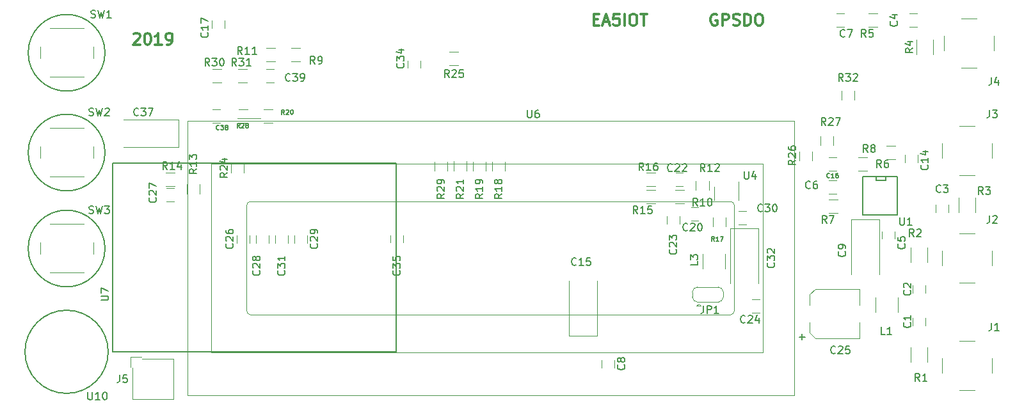
<source format=gbr>
G04 #@! TF.GenerationSoftware,KiCad,Pcbnew,(5.0.1)-4*
G04 #@! TF.CreationDate,2019-02-03T13:31:45+01:00*
G04 #@! TF.ProjectId,GPSDO-LCD-2,475053444F2D4C43442D322E6B696361,rev?*
G04 #@! TF.SameCoordinates,Original*
G04 #@! TF.FileFunction,Legend,Top*
G04 #@! TF.FilePolarity,Positive*
%FSLAX46Y46*%
G04 Gerber Fmt 4.6, Leading zero omitted, Abs format (unit mm)*
G04 Created by KiCad (PCBNEW (5.0.1)-4) date 03/02/2019 13:31:45*
%MOMM*%
%LPD*%
G01*
G04 APERTURE LIST*
%ADD10C,0.300000*%
%ADD11C,0.200000*%
%ADD12C,0.120000*%
%ADD13C,0.150000*%
G04 APERTURE END LIST*
D10*
X92932571Y-84411428D02*
X93004000Y-84340000D01*
X93146857Y-84268571D01*
X93504000Y-84268571D01*
X93646857Y-84340000D01*
X93718285Y-84411428D01*
X93789714Y-84554285D01*
X93789714Y-84697142D01*
X93718285Y-84911428D01*
X92861142Y-85768571D01*
X93789714Y-85768571D01*
X94718285Y-84268571D02*
X94861142Y-84268571D01*
X95004000Y-84340000D01*
X95075428Y-84411428D01*
X95146857Y-84554285D01*
X95218285Y-84840000D01*
X95218285Y-85197142D01*
X95146857Y-85482857D01*
X95075428Y-85625714D01*
X95004000Y-85697142D01*
X94861142Y-85768571D01*
X94718285Y-85768571D01*
X94575428Y-85697142D01*
X94504000Y-85625714D01*
X94432571Y-85482857D01*
X94361142Y-85197142D01*
X94361142Y-84840000D01*
X94432571Y-84554285D01*
X94504000Y-84411428D01*
X94575428Y-84340000D01*
X94718285Y-84268571D01*
X96646857Y-85768571D02*
X95789714Y-85768571D01*
X96218285Y-85768571D02*
X96218285Y-84268571D01*
X96075428Y-84482857D01*
X95932571Y-84625714D01*
X95789714Y-84697142D01*
X97361142Y-85768571D02*
X97646857Y-85768571D01*
X97789714Y-85697142D01*
X97861142Y-85625714D01*
X98004000Y-85411428D01*
X98075428Y-85125714D01*
X98075428Y-84554285D01*
X98004000Y-84411428D01*
X97932571Y-84340000D01*
X97789714Y-84268571D01*
X97504000Y-84268571D01*
X97361142Y-84340000D01*
X97289714Y-84411428D01*
X97218285Y-84554285D01*
X97218285Y-84911428D01*
X97289714Y-85054285D01*
X97361142Y-85125714D01*
X97504000Y-85197142D01*
X97789714Y-85197142D01*
X97932571Y-85125714D01*
X98004000Y-85054285D01*
X98075428Y-84911428D01*
X170112857Y-81800000D02*
X169970000Y-81728571D01*
X169755714Y-81728571D01*
X169541428Y-81800000D01*
X169398571Y-81942857D01*
X169327142Y-82085714D01*
X169255714Y-82371428D01*
X169255714Y-82585714D01*
X169327142Y-82871428D01*
X169398571Y-83014285D01*
X169541428Y-83157142D01*
X169755714Y-83228571D01*
X169898571Y-83228571D01*
X170112857Y-83157142D01*
X170184285Y-83085714D01*
X170184285Y-82585714D01*
X169898571Y-82585714D01*
X170827142Y-83228571D02*
X170827142Y-81728571D01*
X171398571Y-81728571D01*
X171541428Y-81800000D01*
X171612857Y-81871428D01*
X171684285Y-82014285D01*
X171684285Y-82228571D01*
X171612857Y-82371428D01*
X171541428Y-82442857D01*
X171398571Y-82514285D01*
X170827142Y-82514285D01*
X172255714Y-83157142D02*
X172470000Y-83228571D01*
X172827142Y-83228571D01*
X172970000Y-83157142D01*
X173041428Y-83085714D01*
X173112857Y-82942857D01*
X173112857Y-82800000D01*
X173041428Y-82657142D01*
X172970000Y-82585714D01*
X172827142Y-82514285D01*
X172541428Y-82442857D01*
X172398571Y-82371428D01*
X172327142Y-82300000D01*
X172255714Y-82157142D01*
X172255714Y-82014285D01*
X172327142Y-81871428D01*
X172398571Y-81800000D01*
X172541428Y-81728571D01*
X172898571Y-81728571D01*
X173112857Y-81800000D01*
X173755714Y-83228571D02*
X173755714Y-81728571D01*
X174112857Y-81728571D01*
X174327142Y-81800000D01*
X174470000Y-81942857D01*
X174541428Y-82085714D01*
X174612857Y-82371428D01*
X174612857Y-82585714D01*
X174541428Y-82871428D01*
X174470000Y-83014285D01*
X174327142Y-83157142D01*
X174112857Y-83228571D01*
X173755714Y-83228571D01*
X175541428Y-81728571D02*
X175827142Y-81728571D01*
X175970000Y-81800000D01*
X176112857Y-81942857D01*
X176184285Y-82228571D01*
X176184285Y-82728571D01*
X176112857Y-83014285D01*
X175970000Y-83157142D01*
X175827142Y-83228571D01*
X175541428Y-83228571D01*
X175398571Y-83157142D01*
X175255714Y-83014285D01*
X175184285Y-82728571D01*
X175184285Y-82228571D01*
X175255714Y-81942857D01*
X175398571Y-81800000D01*
X175541428Y-81728571D01*
X153833142Y-82442857D02*
X154333142Y-82442857D01*
X154547428Y-83228571D02*
X153833142Y-83228571D01*
X153833142Y-81728571D01*
X154547428Y-81728571D01*
X155118857Y-82800000D02*
X155833142Y-82800000D01*
X154976000Y-83228571D02*
X155476000Y-81728571D01*
X155976000Y-83228571D01*
X157190285Y-81728571D02*
X156476000Y-81728571D01*
X156404571Y-82442857D01*
X156476000Y-82371428D01*
X156618857Y-82300000D01*
X156976000Y-82300000D01*
X157118857Y-82371428D01*
X157190285Y-82442857D01*
X157261714Y-82585714D01*
X157261714Y-82942857D01*
X157190285Y-83085714D01*
X157118857Y-83157142D01*
X156976000Y-83228571D01*
X156618857Y-83228571D01*
X156476000Y-83157142D01*
X156404571Y-83085714D01*
X157904571Y-83228571D02*
X157904571Y-81728571D01*
X158904571Y-81728571D02*
X159190285Y-81728571D01*
X159333142Y-81800000D01*
X159476000Y-81942857D01*
X159547428Y-82228571D01*
X159547428Y-82728571D01*
X159476000Y-83014285D01*
X159333142Y-83157142D01*
X159190285Y-83228571D01*
X158904571Y-83228571D01*
X158761714Y-83157142D01*
X158618857Y-83014285D01*
X158547428Y-82728571D01*
X158547428Y-82228571D01*
X158618857Y-81942857D01*
X158761714Y-81800000D01*
X158904571Y-81728571D01*
X159976000Y-81728571D02*
X160833142Y-81728571D01*
X160404571Y-83228571D02*
X160404571Y-81728571D01*
D11*
X89154000Y-112776000D02*
G75*
G03X89154000Y-112776000I-5080000J0D01*
G01*
X89154000Y-100076000D02*
G75*
G03X89154000Y-100076000I-5080000J0D01*
G01*
X89154000Y-86868000D02*
G75*
G03X89154000Y-86868000I-5080000J0D01*
G01*
D12*
G04 #@! TO.C,R8*
X192506000Y-99196000D02*
X193706000Y-99196000D01*
X193706000Y-100956000D02*
X192506000Y-100956000D01*
G04 #@! TO.C,C1*
X196000000Y-121944000D02*
X196000000Y-122944000D01*
X197700000Y-122944000D02*
X197700000Y-121944000D01*
G04 #@! TO.C,C2*
X197700000Y-118626000D02*
X197700000Y-117626000D01*
X196000000Y-117626000D02*
X196000000Y-118626000D01*
G04 #@! TO.C,C3*
X199048000Y-106958000D02*
X199048000Y-107958000D01*
X200748000Y-107958000D02*
X200748000Y-106958000D01*
G04 #@! TO.C,C4*
X195588000Y-83400000D02*
X196588000Y-83400000D01*
X196588000Y-81700000D02*
X195588000Y-81700000D01*
G04 #@! TO.C,C5*
X191936000Y-110498000D02*
X191936000Y-111498000D01*
X193636000Y-111498000D02*
X193636000Y-110498000D01*
G04 #@! TO.C,C6*
X184904000Y-105498000D02*
X185904000Y-105498000D01*
X185904000Y-103798000D02*
X184904000Y-103798000D01*
G04 #@! TO.C,C7*
X185936000Y-83400000D02*
X186936000Y-83400000D01*
X186936000Y-81700000D02*
X185936000Y-81700000D01*
G04 #@! TO.C,C8*
X154852000Y-127532000D02*
X154852000Y-128532000D01*
X156552000Y-128532000D02*
X156552000Y-127532000D01*
G04 #@! TO.C,C9*
X191588000Y-108899000D02*
X187888000Y-108899000D01*
X187888000Y-108899000D02*
X187888000Y-116199000D01*
X191588000Y-108899000D02*
X191588000Y-116199000D01*
G04 #@! TO.C,C14*
X194984000Y-100354000D02*
X194984000Y-101354000D01*
X196684000Y-101354000D02*
X196684000Y-100354000D01*
G04 #@! TO.C,C15*
X150550000Y-124357000D02*
X150550000Y-117057000D01*
X154250000Y-124357000D02*
X154250000Y-117057000D01*
X150550000Y-124357000D02*
X154250000Y-124357000D01*
G04 #@! TO.C,C16*
X184920000Y-102450000D02*
X185920000Y-102450000D01*
X185920000Y-100750000D02*
X184920000Y-100750000D01*
G04 #@! TO.C,C17*
X104990000Y-83574000D02*
X104990000Y-82574000D01*
X103290000Y-82574000D02*
X103290000Y-83574000D01*
G04 #@! TO.C,C20*
X167680000Y-107354000D02*
X166680000Y-107354000D01*
X166680000Y-109054000D02*
X167680000Y-109054000D01*
G04 #@! TO.C,C22*
X164648000Y-104482000D02*
X165648000Y-104482000D01*
X165648000Y-102782000D02*
X164648000Y-102782000D01*
G04 #@! TO.C,C23*
X165188000Y-109482000D02*
X165188000Y-108482000D01*
X163488000Y-108482000D02*
X163488000Y-109482000D01*
G04 #@! TO.C,C24*
X174776000Y-121246000D02*
X175776000Y-121246000D01*
X175776000Y-119546000D02*
X174776000Y-119546000D01*
G04 #@! TO.C,C26*
X106592000Y-111022000D02*
X106592000Y-112022000D01*
X108292000Y-112022000D02*
X108292000Y-111022000D01*
G04 #@! TO.C,C27*
X97290000Y-106514000D02*
X98290000Y-106514000D01*
X98290000Y-104814000D02*
X97290000Y-104814000D01*
G04 #@! TO.C,C28*
X109132000Y-111022000D02*
X109132000Y-112022000D01*
X110832000Y-112022000D02*
X110832000Y-111022000D01*
G04 #@! TO.C,C29*
X115912000Y-112022000D02*
X115912000Y-111022000D01*
X114212000Y-111022000D02*
X114212000Y-112022000D01*
G04 #@! TO.C,C30*
X173998000Y-107862000D02*
X172998000Y-107862000D01*
X172998000Y-109562000D02*
X173998000Y-109562000D01*
G04 #@! TO.C,C31*
X113372000Y-112022000D02*
X113372000Y-111022000D01*
X111672000Y-111022000D02*
X111672000Y-112022000D01*
G04 #@! TO.C,C32*
X175586000Y-110085000D02*
X175586000Y-117385000D01*
X171886000Y-110085000D02*
X171886000Y-117385000D01*
X175586000Y-110085000D02*
X171886000Y-110085000D01*
G04 #@! TO.C,C34*
X129198000Y-87892000D02*
X129198000Y-88892000D01*
X130898000Y-88892000D02*
X130898000Y-87892000D01*
G04 #@! TO.C,C35*
X126912000Y-111006000D02*
X126912000Y-112006000D01*
X128612000Y-112006000D02*
X128612000Y-111006000D01*
G04 #@! TO.C,C37*
X98873000Y-99386000D02*
X98873000Y-95686000D01*
X98873000Y-95686000D02*
X91573000Y-95686000D01*
X98873000Y-99386000D02*
X91573000Y-99386000D01*
G04 #@! TO.C,J1*
X199900000Y-129270000D02*
X199900000Y-127270000D01*
X206500000Y-129270000D02*
X206500000Y-127270000D01*
X202200000Y-124970000D02*
X204200000Y-124970000D01*
X202200000Y-131570000D02*
X204200000Y-131570000D01*
G04 #@! TO.C,J2*
X202200000Y-117346000D02*
X204200000Y-117346000D01*
X202200000Y-110746000D02*
X204200000Y-110746000D01*
X206500000Y-115046000D02*
X206500000Y-113046000D01*
X199900000Y-115046000D02*
X199900000Y-113046000D01*
G04 #@! TO.C,J3*
X199900000Y-100822000D02*
X199900000Y-98822000D01*
X206500000Y-100822000D02*
X206500000Y-98822000D01*
X202200000Y-96522000D02*
X204200000Y-96522000D01*
X202200000Y-103122000D02*
X204200000Y-103122000D01*
G04 #@! TO.C,J4*
X202454000Y-88898000D02*
X204454000Y-88898000D01*
X202454000Y-82298000D02*
X204454000Y-82298000D01*
X206754000Y-86598000D02*
X206754000Y-84598000D01*
X200154000Y-86598000D02*
X200154000Y-84598000D01*
G04 #@! TO.C,L1*
X191052000Y-121216000D02*
X191052000Y-119216000D01*
X194012000Y-119216000D02*
X194012000Y-121216000D01*
G04 #@! TO.C,L3*
X171152000Y-113480000D02*
X171152000Y-115480000D01*
X168192000Y-115480000D02*
X168192000Y-113480000D01*
G04 #@! TO.C,R1*
X195780000Y-127820000D02*
X195780000Y-125820000D01*
X197920000Y-125820000D02*
X197920000Y-127820000D01*
G04 #@! TO.C,R2*
X195780000Y-114612000D02*
X195780000Y-112612000D01*
X197920000Y-112612000D02*
X197920000Y-114612000D01*
G04 #@! TO.C,R3*
X204270000Y-106008000D02*
X204270000Y-108008000D01*
X202130000Y-108008000D02*
X202130000Y-106008000D01*
G04 #@! TO.C,R4*
X198682000Y-85106000D02*
X198682000Y-87106000D01*
X196542000Y-87106000D02*
X196542000Y-85106000D01*
G04 #@! TO.C,R5*
X191354000Y-83430000D02*
X190154000Y-83430000D01*
X190154000Y-81670000D02*
X191354000Y-81670000D01*
G04 #@! TO.C,R6*
X190018000Y-102480000D02*
X188818000Y-102480000D01*
X188818000Y-100720000D02*
X190018000Y-100720000D01*
G04 #@! TO.C,R7*
X184886000Y-106308000D02*
X186086000Y-106308000D01*
X186086000Y-108068000D02*
X184886000Y-108068000D01*
G04 #@! TO.C,R9*
X114966000Y-88002000D02*
X113766000Y-88002000D01*
X113766000Y-86242000D02*
X114966000Y-86242000D01*
G04 #@! TO.C,R10*
X164598000Y-105038000D02*
X165798000Y-105038000D01*
X165798000Y-106798000D02*
X164598000Y-106798000D01*
G04 #@! TO.C,R11*
X110464000Y-86242000D02*
X111664000Y-86242000D01*
X111664000Y-88002000D02*
X110464000Y-88002000D01*
G04 #@! TO.C,R12*
X167300000Y-105060000D02*
X167300000Y-103860000D01*
X169060000Y-103860000D02*
X169060000Y-105060000D01*
G04 #@! TO.C,R13*
X101718000Y-104302000D02*
X101718000Y-105502000D01*
X99958000Y-105502000D02*
X99958000Y-104302000D01*
G04 #@! TO.C,R14*
X98390000Y-104512000D02*
X97190000Y-104512000D01*
X97190000Y-102752000D02*
X98390000Y-102752000D01*
G04 #@! TO.C,R15*
X161988000Y-106798000D02*
X160788000Y-106798000D01*
X160788000Y-105038000D02*
X161988000Y-105038000D01*
G04 #@! TO.C,R16*
X160788000Y-102752000D02*
X161988000Y-102752000D01*
X161988000Y-104512000D02*
X160788000Y-104512000D01*
G04 #@! TO.C,R17*
X171314000Y-108686000D02*
X171314000Y-109886000D01*
X169554000Y-109886000D02*
X169554000Y-108686000D01*
G04 #@! TO.C,R18*
X142104000Y-101320000D02*
X142104000Y-102520000D01*
X140344000Y-102520000D02*
X140344000Y-101320000D01*
G04 #@! TO.C,R19*
X137804000Y-102520000D02*
X137804000Y-101320000D01*
X139564000Y-101320000D02*
X139564000Y-102520000D01*
G04 #@! TO.C,R20*
X110144000Y-94370000D02*
X111344000Y-94370000D01*
X111344000Y-96130000D02*
X110144000Y-96130000D01*
G04 #@! TO.C,R21*
X137024000Y-101254000D02*
X137024000Y-102454000D01*
X135264000Y-102454000D02*
X135264000Y-101254000D01*
G04 #@! TO.C,R24*
X107560000Y-101508000D02*
X107560000Y-102708000D01*
X105800000Y-102708000D02*
X105800000Y-101508000D01*
G04 #@! TO.C,R25*
X134716000Y-86750000D02*
X135916000Y-86750000D01*
X135916000Y-88510000D02*
X134716000Y-88510000D01*
G04 #@! TO.C,R26*
X180984000Y-101118000D02*
X180984000Y-99918000D01*
X182744000Y-99918000D02*
X182744000Y-101118000D01*
G04 #@! TO.C,R27*
X183778000Y-99086000D02*
X183778000Y-97886000D01*
X185538000Y-97886000D02*
X185538000Y-99086000D01*
G04 #@! TO.C,R28*
X106842000Y-94370000D02*
X108042000Y-94370000D01*
X108042000Y-96130000D02*
X106842000Y-96130000D01*
G04 #@! TO.C,R29*
X132724000Y-102520000D02*
X132724000Y-101320000D01*
X134484000Y-101320000D02*
X134484000Y-102520000D01*
G04 #@! TO.C,SW1*
X87626000Y-87582000D02*
X87626000Y-86082000D01*
X86376000Y-83582000D02*
X81876000Y-83582000D01*
X80626000Y-86082000D02*
X80626000Y-87582000D01*
X81876000Y-90082000D02*
X86376000Y-90082000D01*
G04 #@! TO.C,SW2*
X81876000Y-103290000D02*
X86376000Y-103290000D01*
X80626000Y-99290000D02*
X80626000Y-100790000D01*
X86376000Y-96790000D02*
X81876000Y-96790000D01*
X87626000Y-100790000D02*
X87626000Y-99290000D01*
G04 #@! TO.C,SW3*
X87626000Y-113490000D02*
X87626000Y-111990000D01*
X86376000Y-109490000D02*
X81876000Y-109490000D01*
X80626000Y-111990000D02*
X80626000Y-113490000D01*
X81876000Y-115990000D02*
X86376000Y-115990000D01*
D13*
G04 #@! TO.C,U1*
X191135000Y-103759000D02*
X191135000Y-103251000D01*
X192405000Y-103759000D02*
X191135000Y-103759000D01*
X192405000Y-103251000D02*
X192405000Y-103759000D01*
X189357000Y-103251000D02*
X193929000Y-103251000D01*
X189357000Y-108331000D02*
X189357000Y-103251000D01*
X193929000Y-108331000D02*
X189357000Y-108331000D01*
X193929000Y-103251000D02*
X193929000Y-108331000D01*
D12*
G04 #@! TO.C,U4*
X172994000Y-106394000D02*
X172994000Y-103944000D01*
X169774000Y-104594000D02*
X169774000Y-106394000D01*
G04 #@! TO.C,U6*
X103204000Y-126552000D02*
X103204000Y-101552000D01*
X176204000Y-126552000D02*
X103204000Y-126552000D01*
X176204000Y-101552000D02*
X176204000Y-126552000D01*
X103204000Y-101552000D02*
X176204000Y-101552000D01*
X108404660Y-106550460D02*
G75*
G03X107904280Y-107050840I0J-500380D01*
G01*
X107904280Y-121051320D02*
G75*
G03X108404660Y-121551700I500380J0D01*
G01*
X171904660Y-121551700D02*
G75*
G03X172405040Y-121051320I0J500380D01*
G01*
X172404000Y-107052000D02*
G75*
G03X171904000Y-106552000I-500000J0D01*
G01*
X172404000Y-107052000D02*
X172404000Y-121052000D01*
X171904660Y-121552000D02*
X108404000Y-121552000D01*
X107904280Y-121051320D02*
X107904280Y-107052000D01*
X108404000Y-106552000D02*
X171904000Y-106552000D01*
X106704000Y-95552000D02*
X109704000Y-95552000D01*
X100074000Y-95912000D02*
X100864000Y-95912000D01*
X100064000Y-95912000D02*
X100064000Y-132192000D01*
X180344000Y-95912000D02*
X100864000Y-95912000D01*
X180344000Y-132192000D02*
X180344000Y-95912000D01*
X100064000Y-132192000D02*
X180344000Y-132192000D01*
D13*
G04 #@! TO.C,U7*
X90170000Y-126492000D02*
X90170000Y-101492000D01*
X90170000Y-101492000D02*
X127670000Y-101492000D01*
X127670000Y-101492000D02*
X127670000Y-126492000D01*
X127670000Y-126492000D02*
X90170000Y-126492000D01*
D12*
G04 #@! TO.C,C38*
X104386000Y-94400000D02*
X103386000Y-94400000D01*
X103386000Y-96100000D02*
X104386000Y-96100000D01*
G04 #@! TO.C,C39*
X110498000Y-90766000D02*
X111498000Y-90766000D01*
X111498000Y-89066000D02*
X110498000Y-89066000D01*
G04 #@! TO.C,R30*
X104552000Y-90796000D02*
X103352000Y-90796000D01*
X103352000Y-89036000D02*
X104552000Y-89036000D01*
G04 #@! TO.C,R31*
X107976000Y-90796000D02*
X106776000Y-90796000D01*
X106776000Y-89036000D02*
X107976000Y-89036000D01*
G04 #@! TO.C,R32*
X188332000Y-91922000D02*
X188332000Y-93122000D01*
X186572000Y-93122000D02*
X186572000Y-91922000D01*
G04 #@! TO.C,C25*
X183134000Y-118112000D02*
X188974000Y-118112000D01*
X182374000Y-118872000D02*
X183134000Y-118112000D01*
X183134000Y-124712000D02*
X182374000Y-123952000D01*
X188974000Y-124712000D02*
X183134000Y-124712000D01*
X182374000Y-118872000D02*
X182374000Y-120292000D01*
X182374000Y-123952000D02*
X182374000Y-122532000D01*
X188974000Y-118112000D02*
X188974000Y-120292000D01*
X188974000Y-124712000D02*
X188974000Y-122532000D01*
D13*
G04 #@! TO.C,U10*
X89579679Y-126450322D02*
G75*
G03X89579679Y-126450322I-5505679J0D01*
G01*
D12*
G04 #@! TO.C,J5*
X92564000Y-127108000D02*
X92564000Y-128508000D01*
X93964000Y-127108000D02*
X92564000Y-127108000D01*
X92814000Y-132738000D02*
X92814000Y-128608000D01*
X98194000Y-132738000D02*
X92814000Y-132738000D01*
X98194000Y-127358000D02*
X98194000Y-132738000D01*
X94064000Y-127358000D02*
X98194000Y-127358000D01*
G04 #@! TO.C,JP1*
X167710000Y-120072000D02*
X168010000Y-120372000D01*
X167410000Y-120372000D02*
X168010000Y-120372000D01*
X167710000Y-120072000D02*
X167410000Y-120372000D01*
X166860000Y-119172000D02*
X166860000Y-118572000D01*
X170310000Y-119872000D02*
X167510000Y-119872000D01*
X170960000Y-118572000D02*
X170960000Y-119172000D01*
X167510000Y-117872000D02*
X170310000Y-117872000D01*
X170260000Y-117872000D02*
G75*
G02X170960000Y-118572000I0J-700000D01*
G01*
X170960000Y-119172000D02*
G75*
G02X170260000Y-119872000I-700000J0D01*
G01*
X167560000Y-119872000D02*
G75*
G02X166860000Y-119172000I0J700000D01*
G01*
X166860000Y-118572000D02*
G75*
G02X167560000Y-117872000I700000J0D01*
G01*
G04 #@! TO.C,R8*
D13*
X190079333Y-100020380D02*
X189746000Y-99544190D01*
X189507904Y-100020380D02*
X189507904Y-99020380D01*
X189888857Y-99020380D01*
X189984095Y-99068000D01*
X190031714Y-99115619D01*
X190079333Y-99210857D01*
X190079333Y-99353714D01*
X190031714Y-99448952D01*
X189984095Y-99496571D01*
X189888857Y-99544190D01*
X189507904Y-99544190D01*
X190650761Y-99448952D02*
X190555523Y-99401333D01*
X190507904Y-99353714D01*
X190460285Y-99258476D01*
X190460285Y-99210857D01*
X190507904Y-99115619D01*
X190555523Y-99068000D01*
X190650761Y-99020380D01*
X190841238Y-99020380D01*
X190936476Y-99068000D01*
X190984095Y-99115619D01*
X191031714Y-99210857D01*
X191031714Y-99258476D01*
X190984095Y-99353714D01*
X190936476Y-99401333D01*
X190841238Y-99448952D01*
X190650761Y-99448952D01*
X190555523Y-99496571D01*
X190507904Y-99544190D01*
X190460285Y-99639428D01*
X190460285Y-99829904D01*
X190507904Y-99925142D01*
X190555523Y-99972761D01*
X190650761Y-100020380D01*
X190841238Y-100020380D01*
X190936476Y-99972761D01*
X190984095Y-99925142D01*
X191031714Y-99829904D01*
X191031714Y-99639428D01*
X190984095Y-99544190D01*
X190936476Y-99496571D01*
X190841238Y-99448952D01*
G04 #@! TO.C,C1*
X195683142Y-122594666D02*
X195730761Y-122642285D01*
X195778380Y-122785142D01*
X195778380Y-122880380D01*
X195730761Y-123023238D01*
X195635523Y-123118476D01*
X195540285Y-123166095D01*
X195349809Y-123213714D01*
X195206952Y-123213714D01*
X195016476Y-123166095D01*
X194921238Y-123118476D01*
X194826000Y-123023238D01*
X194778380Y-122880380D01*
X194778380Y-122785142D01*
X194826000Y-122642285D01*
X194873619Y-122594666D01*
X195778380Y-121642285D02*
X195778380Y-122213714D01*
X195778380Y-121928000D02*
X194778380Y-121928000D01*
X194921238Y-122023238D01*
X195016476Y-122118476D01*
X195064095Y-122213714D01*
G04 #@! TO.C,C2*
X195683142Y-118308666D02*
X195730761Y-118356285D01*
X195778380Y-118499142D01*
X195778380Y-118594380D01*
X195730761Y-118737238D01*
X195635523Y-118832476D01*
X195540285Y-118880095D01*
X195349809Y-118927714D01*
X195206952Y-118927714D01*
X195016476Y-118880095D01*
X194921238Y-118832476D01*
X194826000Y-118737238D01*
X194778380Y-118594380D01*
X194778380Y-118499142D01*
X194826000Y-118356285D01*
X194873619Y-118308666D01*
X194873619Y-117927714D02*
X194826000Y-117880095D01*
X194778380Y-117784857D01*
X194778380Y-117546761D01*
X194826000Y-117451523D01*
X194873619Y-117403904D01*
X194968857Y-117356285D01*
X195064095Y-117356285D01*
X195206952Y-117403904D01*
X195778380Y-117975333D01*
X195778380Y-117356285D01*
G04 #@! TO.C,C3*
X199731333Y-105259142D02*
X199683714Y-105306761D01*
X199540857Y-105354380D01*
X199445619Y-105354380D01*
X199302761Y-105306761D01*
X199207523Y-105211523D01*
X199159904Y-105116285D01*
X199112285Y-104925809D01*
X199112285Y-104782952D01*
X199159904Y-104592476D01*
X199207523Y-104497238D01*
X199302761Y-104402000D01*
X199445619Y-104354380D01*
X199540857Y-104354380D01*
X199683714Y-104402000D01*
X199731333Y-104449619D01*
X200064666Y-104354380D02*
X200683714Y-104354380D01*
X200350380Y-104735333D01*
X200493238Y-104735333D01*
X200588476Y-104782952D01*
X200636095Y-104830571D01*
X200683714Y-104925809D01*
X200683714Y-105163904D01*
X200636095Y-105259142D01*
X200588476Y-105306761D01*
X200493238Y-105354380D01*
X200207523Y-105354380D01*
X200112285Y-105306761D01*
X200064666Y-105259142D01*
G04 #@! TO.C,C4*
X193905142Y-82716666D02*
X193952761Y-82764285D01*
X194000380Y-82907142D01*
X194000380Y-83002380D01*
X193952761Y-83145238D01*
X193857523Y-83240476D01*
X193762285Y-83288095D01*
X193571809Y-83335714D01*
X193428952Y-83335714D01*
X193238476Y-83288095D01*
X193143238Y-83240476D01*
X193048000Y-83145238D01*
X193000380Y-83002380D01*
X193000380Y-82907142D01*
X193048000Y-82764285D01*
X193095619Y-82716666D01*
X193333714Y-81859523D02*
X194000380Y-81859523D01*
X192952761Y-82097619D02*
X193667047Y-82335714D01*
X193667047Y-81716666D01*
G04 #@! TO.C,C5*
X194921142Y-112180666D02*
X194968761Y-112228285D01*
X195016380Y-112371142D01*
X195016380Y-112466380D01*
X194968761Y-112609238D01*
X194873523Y-112704476D01*
X194778285Y-112752095D01*
X194587809Y-112799714D01*
X194444952Y-112799714D01*
X194254476Y-112752095D01*
X194159238Y-112704476D01*
X194064000Y-112609238D01*
X194016380Y-112466380D01*
X194016380Y-112371142D01*
X194064000Y-112228285D01*
X194111619Y-112180666D01*
X194016380Y-111275904D02*
X194016380Y-111752095D01*
X194492571Y-111799714D01*
X194444952Y-111752095D01*
X194397333Y-111656857D01*
X194397333Y-111418761D01*
X194444952Y-111323523D01*
X194492571Y-111275904D01*
X194587809Y-111228285D01*
X194825904Y-111228285D01*
X194921142Y-111275904D01*
X194968761Y-111323523D01*
X195016380Y-111418761D01*
X195016380Y-111656857D01*
X194968761Y-111752095D01*
X194921142Y-111799714D01*
G04 #@! TO.C,C6*
X182459333Y-104751142D02*
X182411714Y-104798761D01*
X182268857Y-104846380D01*
X182173619Y-104846380D01*
X182030761Y-104798761D01*
X181935523Y-104703523D01*
X181887904Y-104608285D01*
X181840285Y-104417809D01*
X181840285Y-104274952D01*
X181887904Y-104084476D01*
X181935523Y-103989238D01*
X182030761Y-103894000D01*
X182173619Y-103846380D01*
X182268857Y-103846380D01*
X182411714Y-103894000D01*
X182459333Y-103941619D01*
X183316476Y-103846380D02*
X183126000Y-103846380D01*
X183030761Y-103894000D01*
X182983142Y-103941619D01*
X182887904Y-104084476D01*
X182840285Y-104274952D01*
X182840285Y-104655904D01*
X182887904Y-104751142D01*
X182935523Y-104798761D01*
X183030761Y-104846380D01*
X183221238Y-104846380D01*
X183316476Y-104798761D01*
X183364095Y-104751142D01*
X183411714Y-104655904D01*
X183411714Y-104417809D01*
X183364095Y-104322571D01*
X183316476Y-104274952D01*
X183221238Y-104227333D01*
X183030761Y-104227333D01*
X182935523Y-104274952D01*
X182887904Y-104322571D01*
X182840285Y-104417809D01*
G04 #@! TO.C,C7*
X187031333Y-84685142D02*
X186983714Y-84732761D01*
X186840857Y-84780380D01*
X186745619Y-84780380D01*
X186602761Y-84732761D01*
X186507523Y-84637523D01*
X186459904Y-84542285D01*
X186412285Y-84351809D01*
X186412285Y-84208952D01*
X186459904Y-84018476D01*
X186507523Y-83923238D01*
X186602761Y-83828000D01*
X186745619Y-83780380D01*
X186840857Y-83780380D01*
X186983714Y-83828000D01*
X187031333Y-83875619D01*
X187364666Y-83780380D02*
X188031333Y-83780380D01*
X187602761Y-84780380D01*
G04 #@! TO.C,C8*
X157837142Y-128182666D02*
X157884761Y-128230285D01*
X157932380Y-128373142D01*
X157932380Y-128468380D01*
X157884761Y-128611238D01*
X157789523Y-128706476D01*
X157694285Y-128754095D01*
X157503809Y-128801714D01*
X157360952Y-128801714D01*
X157170476Y-128754095D01*
X157075238Y-128706476D01*
X156980000Y-128611238D01*
X156932380Y-128468380D01*
X156932380Y-128373142D01*
X156980000Y-128230285D01*
X157027619Y-128182666D01*
X157360952Y-127611238D02*
X157313333Y-127706476D01*
X157265714Y-127754095D01*
X157170476Y-127801714D01*
X157122857Y-127801714D01*
X157027619Y-127754095D01*
X156980000Y-127706476D01*
X156932380Y-127611238D01*
X156932380Y-127420761D01*
X156980000Y-127325523D01*
X157027619Y-127277904D01*
X157122857Y-127230285D01*
X157170476Y-127230285D01*
X157265714Y-127277904D01*
X157313333Y-127325523D01*
X157360952Y-127420761D01*
X157360952Y-127611238D01*
X157408571Y-127706476D01*
X157456190Y-127754095D01*
X157551428Y-127801714D01*
X157741904Y-127801714D01*
X157837142Y-127754095D01*
X157884761Y-127706476D01*
X157932380Y-127611238D01*
X157932380Y-127420761D01*
X157884761Y-127325523D01*
X157837142Y-127277904D01*
X157741904Y-127230285D01*
X157551428Y-127230285D01*
X157456190Y-127277904D01*
X157408571Y-127325523D01*
X157360952Y-127420761D01*
G04 #@! TO.C,C9*
X187047142Y-113196666D02*
X187094761Y-113244285D01*
X187142380Y-113387142D01*
X187142380Y-113482380D01*
X187094761Y-113625238D01*
X186999523Y-113720476D01*
X186904285Y-113768095D01*
X186713809Y-113815714D01*
X186570952Y-113815714D01*
X186380476Y-113768095D01*
X186285238Y-113720476D01*
X186190000Y-113625238D01*
X186142380Y-113482380D01*
X186142380Y-113387142D01*
X186190000Y-113244285D01*
X186237619Y-113196666D01*
X187142380Y-112720476D02*
X187142380Y-112530000D01*
X187094761Y-112434761D01*
X187047142Y-112387142D01*
X186904285Y-112291904D01*
X186713809Y-112244285D01*
X186332857Y-112244285D01*
X186237619Y-112291904D01*
X186190000Y-112339523D01*
X186142380Y-112434761D01*
X186142380Y-112625238D01*
X186190000Y-112720476D01*
X186237619Y-112768095D01*
X186332857Y-112815714D01*
X186570952Y-112815714D01*
X186666190Y-112768095D01*
X186713809Y-112720476D01*
X186761428Y-112625238D01*
X186761428Y-112434761D01*
X186713809Y-112339523D01*
X186666190Y-112291904D01*
X186570952Y-112244285D01*
G04 #@! TO.C,C14*
X197969142Y-101734857D02*
X198016761Y-101782476D01*
X198064380Y-101925333D01*
X198064380Y-102020571D01*
X198016761Y-102163428D01*
X197921523Y-102258666D01*
X197826285Y-102306285D01*
X197635809Y-102353904D01*
X197492952Y-102353904D01*
X197302476Y-102306285D01*
X197207238Y-102258666D01*
X197112000Y-102163428D01*
X197064380Y-102020571D01*
X197064380Y-101925333D01*
X197112000Y-101782476D01*
X197159619Y-101734857D01*
X198064380Y-100782476D02*
X198064380Y-101353904D01*
X198064380Y-101068190D02*
X197064380Y-101068190D01*
X197207238Y-101163428D01*
X197302476Y-101258666D01*
X197350095Y-101353904D01*
X197397714Y-99925333D02*
X198064380Y-99925333D01*
X197016761Y-100163428D02*
X197731047Y-100401523D01*
X197731047Y-99782476D01*
G04 #@! TO.C,C15*
X151503142Y-114911142D02*
X151455523Y-114958761D01*
X151312666Y-115006380D01*
X151217428Y-115006380D01*
X151074571Y-114958761D01*
X150979333Y-114863523D01*
X150931714Y-114768285D01*
X150884095Y-114577809D01*
X150884095Y-114434952D01*
X150931714Y-114244476D01*
X150979333Y-114149238D01*
X151074571Y-114054000D01*
X151217428Y-114006380D01*
X151312666Y-114006380D01*
X151455523Y-114054000D01*
X151503142Y-114101619D01*
X152455523Y-115006380D02*
X151884095Y-115006380D01*
X152169809Y-115006380D02*
X152169809Y-114006380D01*
X152074571Y-114149238D01*
X151979333Y-114244476D01*
X151884095Y-114292095D01*
X153360285Y-114006380D02*
X152884095Y-114006380D01*
X152836476Y-114482571D01*
X152884095Y-114434952D01*
X152979333Y-114387333D01*
X153217428Y-114387333D01*
X153312666Y-114434952D01*
X153360285Y-114482571D01*
X153407904Y-114577809D01*
X153407904Y-114815904D01*
X153360285Y-114911142D01*
X153312666Y-114958761D01*
X153217428Y-115006380D01*
X152979333Y-115006380D01*
X152884095Y-114958761D01*
X152836476Y-114911142D01*
G04 #@! TO.C,C16*
X185034285Y-103338285D02*
X185005714Y-103366857D01*
X184920000Y-103395428D01*
X184862857Y-103395428D01*
X184777142Y-103366857D01*
X184720000Y-103309714D01*
X184691428Y-103252571D01*
X184662857Y-103138285D01*
X184662857Y-103052571D01*
X184691428Y-102938285D01*
X184720000Y-102881142D01*
X184777142Y-102824000D01*
X184862857Y-102795428D01*
X184920000Y-102795428D01*
X185005714Y-102824000D01*
X185034285Y-102852571D01*
X185605714Y-103395428D02*
X185262857Y-103395428D01*
X185434285Y-103395428D02*
X185434285Y-102795428D01*
X185377142Y-102881142D01*
X185320000Y-102938285D01*
X185262857Y-102966857D01*
X186120000Y-102795428D02*
X186005714Y-102795428D01*
X185948571Y-102824000D01*
X185920000Y-102852571D01*
X185862857Y-102938285D01*
X185834285Y-103052571D01*
X185834285Y-103281142D01*
X185862857Y-103338285D01*
X185891428Y-103366857D01*
X185948571Y-103395428D01*
X186062857Y-103395428D01*
X186120000Y-103366857D01*
X186148571Y-103338285D01*
X186177142Y-103281142D01*
X186177142Y-103138285D01*
X186148571Y-103081142D01*
X186120000Y-103052571D01*
X186062857Y-103024000D01*
X185948571Y-103024000D01*
X185891428Y-103052571D01*
X185862857Y-103081142D01*
X185834285Y-103138285D01*
G04 #@! TO.C,C17*
X102719142Y-84208857D02*
X102766761Y-84256476D01*
X102814380Y-84399333D01*
X102814380Y-84494571D01*
X102766761Y-84637428D01*
X102671523Y-84732666D01*
X102576285Y-84780285D01*
X102385809Y-84827904D01*
X102242952Y-84827904D01*
X102052476Y-84780285D01*
X101957238Y-84732666D01*
X101862000Y-84637428D01*
X101814380Y-84494571D01*
X101814380Y-84399333D01*
X101862000Y-84256476D01*
X101909619Y-84208857D01*
X102814380Y-83256476D02*
X102814380Y-83827904D01*
X102814380Y-83542190D02*
X101814380Y-83542190D01*
X101957238Y-83637428D01*
X102052476Y-83732666D01*
X102100095Y-83827904D01*
X101814380Y-82923142D02*
X101814380Y-82256476D01*
X102814380Y-82685047D01*
G04 #@! TO.C,C20*
X166235142Y-110339142D02*
X166187523Y-110386761D01*
X166044666Y-110434380D01*
X165949428Y-110434380D01*
X165806571Y-110386761D01*
X165711333Y-110291523D01*
X165663714Y-110196285D01*
X165616095Y-110005809D01*
X165616095Y-109862952D01*
X165663714Y-109672476D01*
X165711333Y-109577238D01*
X165806571Y-109482000D01*
X165949428Y-109434380D01*
X166044666Y-109434380D01*
X166187523Y-109482000D01*
X166235142Y-109529619D01*
X166616095Y-109529619D02*
X166663714Y-109482000D01*
X166758952Y-109434380D01*
X166997047Y-109434380D01*
X167092285Y-109482000D01*
X167139904Y-109529619D01*
X167187523Y-109624857D01*
X167187523Y-109720095D01*
X167139904Y-109862952D01*
X166568476Y-110434380D01*
X167187523Y-110434380D01*
X167806571Y-109434380D02*
X167901809Y-109434380D01*
X167997047Y-109482000D01*
X168044666Y-109529619D01*
X168092285Y-109624857D01*
X168139904Y-109815333D01*
X168139904Y-110053428D01*
X168092285Y-110243904D01*
X168044666Y-110339142D01*
X167997047Y-110386761D01*
X167901809Y-110434380D01*
X167806571Y-110434380D01*
X167711333Y-110386761D01*
X167663714Y-110339142D01*
X167616095Y-110243904D01*
X167568476Y-110053428D01*
X167568476Y-109815333D01*
X167616095Y-109624857D01*
X167663714Y-109529619D01*
X167711333Y-109482000D01*
X167806571Y-109434380D01*
G04 #@! TO.C,C22*
X164203142Y-102489142D02*
X164155523Y-102536761D01*
X164012666Y-102584380D01*
X163917428Y-102584380D01*
X163774571Y-102536761D01*
X163679333Y-102441523D01*
X163631714Y-102346285D01*
X163584095Y-102155809D01*
X163584095Y-102012952D01*
X163631714Y-101822476D01*
X163679333Y-101727238D01*
X163774571Y-101632000D01*
X163917428Y-101584380D01*
X164012666Y-101584380D01*
X164155523Y-101632000D01*
X164203142Y-101679619D01*
X164584095Y-101679619D02*
X164631714Y-101632000D01*
X164726952Y-101584380D01*
X164965047Y-101584380D01*
X165060285Y-101632000D01*
X165107904Y-101679619D01*
X165155523Y-101774857D01*
X165155523Y-101870095D01*
X165107904Y-102012952D01*
X164536476Y-102584380D01*
X165155523Y-102584380D01*
X165536476Y-101679619D02*
X165584095Y-101632000D01*
X165679333Y-101584380D01*
X165917428Y-101584380D01*
X166012666Y-101632000D01*
X166060285Y-101679619D01*
X166107904Y-101774857D01*
X166107904Y-101870095D01*
X166060285Y-102012952D01*
X165488857Y-102584380D01*
X166107904Y-102584380D01*
G04 #@! TO.C,C23*
X164695142Y-112910857D02*
X164742761Y-112958476D01*
X164790380Y-113101333D01*
X164790380Y-113196571D01*
X164742761Y-113339428D01*
X164647523Y-113434666D01*
X164552285Y-113482285D01*
X164361809Y-113529904D01*
X164218952Y-113529904D01*
X164028476Y-113482285D01*
X163933238Y-113434666D01*
X163838000Y-113339428D01*
X163790380Y-113196571D01*
X163790380Y-113101333D01*
X163838000Y-112958476D01*
X163885619Y-112910857D01*
X163885619Y-112529904D02*
X163838000Y-112482285D01*
X163790380Y-112387047D01*
X163790380Y-112148952D01*
X163838000Y-112053714D01*
X163885619Y-112006095D01*
X163980857Y-111958476D01*
X164076095Y-111958476D01*
X164218952Y-112006095D01*
X164790380Y-112577523D01*
X164790380Y-111958476D01*
X163790380Y-111625142D02*
X163790380Y-111006095D01*
X164171333Y-111339428D01*
X164171333Y-111196571D01*
X164218952Y-111101333D01*
X164266571Y-111053714D01*
X164361809Y-111006095D01*
X164599904Y-111006095D01*
X164695142Y-111053714D01*
X164742761Y-111101333D01*
X164790380Y-111196571D01*
X164790380Y-111482285D01*
X164742761Y-111577523D01*
X164695142Y-111625142D01*
G04 #@! TO.C,C24*
X173855142Y-122531142D02*
X173807523Y-122578761D01*
X173664666Y-122626380D01*
X173569428Y-122626380D01*
X173426571Y-122578761D01*
X173331333Y-122483523D01*
X173283714Y-122388285D01*
X173236095Y-122197809D01*
X173236095Y-122054952D01*
X173283714Y-121864476D01*
X173331333Y-121769238D01*
X173426571Y-121674000D01*
X173569428Y-121626380D01*
X173664666Y-121626380D01*
X173807523Y-121674000D01*
X173855142Y-121721619D01*
X174236095Y-121721619D02*
X174283714Y-121674000D01*
X174378952Y-121626380D01*
X174617047Y-121626380D01*
X174712285Y-121674000D01*
X174759904Y-121721619D01*
X174807523Y-121816857D01*
X174807523Y-121912095D01*
X174759904Y-122054952D01*
X174188476Y-122626380D01*
X174807523Y-122626380D01*
X175664666Y-121959714D02*
X175664666Y-122626380D01*
X175426571Y-121578761D02*
X175188476Y-122293047D01*
X175807523Y-122293047D01*
G04 #@! TO.C,C26*
X106021142Y-112148857D02*
X106068761Y-112196476D01*
X106116380Y-112339333D01*
X106116380Y-112434571D01*
X106068761Y-112577428D01*
X105973523Y-112672666D01*
X105878285Y-112720285D01*
X105687809Y-112767904D01*
X105544952Y-112767904D01*
X105354476Y-112720285D01*
X105259238Y-112672666D01*
X105164000Y-112577428D01*
X105116380Y-112434571D01*
X105116380Y-112339333D01*
X105164000Y-112196476D01*
X105211619Y-112148857D01*
X105211619Y-111767904D02*
X105164000Y-111720285D01*
X105116380Y-111625047D01*
X105116380Y-111386952D01*
X105164000Y-111291714D01*
X105211619Y-111244095D01*
X105306857Y-111196476D01*
X105402095Y-111196476D01*
X105544952Y-111244095D01*
X106116380Y-111815523D01*
X106116380Y-111196476D01*
X105116380Y-110339333D02*
X105116380Y-110529809D01*
X105164000Y-110625047D01*
X105211619Y-110672666D01*
X105354476Y-110767904D01*
X105544952Y-110815523D01*
X105925904Y-110815523D01*
X106021142Y-110767904D01*
X106068761Y-110720285D01*
X106116380Y-110625047D01*
X106116380Y-110434571D01*
X106068761Y-110339333D01*
X106021142Y-110291714D01*
X105925904Y-110244095D01*
X105687809Y-110244095D01*
X105592571Y-110291714D01*
X105544952Y-110339333D01*
X105497333Y-110434571D01*
X105497333Y-110625047D01*
X105544952Y-110720285D01*
X105592571Y-110767904D01*
X105687809Y-110815523D01*
G04 #@! TO.C,C27*
X95861142Y-106052857D02*
X95908761Y-106100476D01*
X95956380Y-106243333D01*
X95956380Y-106338571D01*
X95908761Y-106481428D01*
X95813523Y-106576666D01*
X95718285Y-106624285D01*
X95527809Y-106671904D01*
X95384952Y-106671904D01*
X95194476Y-106624285D01*
X95099238Y-106576666D01*
X95004000Y-106481428D01*
X94956380Y-106338571D01*
X94956380Y-106243333D01*
X95004000Y-106100476D01*
X95051619Y-106052857D01*
X95051619Y-105671904D02*
X95004000Y-105624285D01*
X94956380Y-105529047D01*
X94956380Y-105290952D01*
X95004000Y-105195714D01*
X95051619Y-105148095D01*
X95146857Y-105100476D01*
X95242095Y-105100476D01*
X95384952Y-105148095D01*
X95956380Y-105719523D01*
X95956380Y-105100476D01*
X94956380Y-104767142D02*
X94956380Y-104100476D01*
X95956380Y-104529047D01*
G04 #@! TO.C,C28*
X109577142Y-115704857D02*
X109624761Y-115752476D01*
X109672380Y-115895333D01*
X109672380Y-115990571D01*
X109624761Y-116133428D01*
X109529523Y-116228666D01*
X109434285Y-116276285D01*
X109243809Y-116323904D01*
X109100952Y-116323904D01*
X108910476Y-116276285D01*
X108815238Y-116228666D01*
X108720000Y-116133428D01*
X108672380Y-115990571D01*
X108672380Y-115895333D01*
X108720000Y-115752476D01*
X108767619Y-115704857D01*
X108767619Y-115323904D02*
X108720000Y-115276285D01*
X108672380Y-115181047D01*
X108672380Y-114942952D01*
X108720000Y-114847714D01*
X108767619Y-114800095D01*
X108862857Y-114752476D01*
X108958095Y-114752476D01*
X109100952Y-114800095D01*
X109672380Y-115371523D01*
X109672380Y-114752476D01*
X109100952Y-114181047D02*
X109053333Y-114276285D01*
X109005714Y-114323904D01*
X108910476Y-114371523D01*
X108862857Y-114371523D01*
X108767619Y-114323904D01*
X108720000Y-114276285D01*
X108672380Y-114181047D01*
X108672380Y-113990571D01*
X108720000Y-113895333D01*
X108767619Y-113847714D01*
X108862857Y-113800095D01*
X108910476Y-113800095D01*
X109005714Y-113847714D01*
X109053333Y-113895333D01*
X109100952Y-113990571D01*
X109100952Y-114181047D01*
X109148571Y-114276285D01*
X109196190Y-114323904D01*
X109291428Y-114371523D01*
X109481904Y-114371523D01*
X109577142Y-114323904D01*
X109624761Y-114276285D01*
X109672380Y-114181047D01*
X109672380Y-113990571D01*
X109624761Y-113895333D01*
X109577142Y-113847714D01*
X109481904Y-113800095D01*
X109291428Y-113800095D01*
X109196190Y-113847714D01*
X109148571Y-113895333D01*
X109100952Y-113990571D01*
G04 #@! TO.C,C29*
X117197142Y-112148857D02*
X117244761Y-112196476D01*
X117292380Y-112339333D01*
X117292380Y-112434571D01*
X117244761Y-112577428D01*
X117149523Y-112672666D01*
X117054285Y-112720285D01*
X116863809Y-112767904D01*
X116720952Y-112767904D01*
X116530476Y-112720285D01*
X116435238Y-112672666D01*
X116340000Y-112577428D01*
X116292380Y-112434571D01*
X116292380Y-112339333D01*
X116340000Y-112196476D01*
X116387619Y-112148857D01*
X116387619Y-111767904D02*
X116340000Y-111720285D01*
X116292380Y-111625047D01*
X116292380Y-111386952D01*
X116340000Y-111291714D01*
X116387619Y-111244095D01*
X116482857Y-111196476D01*
X116578095Y-111196476D01*
X116720952Y-111244095D01*
X117292380Y-111815523D01*
X117292380Y-111196476D01*
X117292380Y-110720285D02*
X117292380Y-110529809D01*
X117244761Y-110434571D01*
X117197142Y-110386952D01*
X117054285Y-110291714D01*
X116863809Y-110244095D01*
X116482857Y-110244095D01*
X116387619Y-110291714D01*
X116340000Y-110339333D01*
X116292380Y-110434571D01*
X116292380Y-110625047D01*
X116340000Y-110720285D01*
X116387619Y-110767904D01*
X116482857Y-110815523D01*
X116720952Y-110815523D01*
X116816190Y-110767904D01*
X116863809Y-110720285D01*
X116911428Y-110625047D01*
X116911428Y-110434571D01*
X116863809Y-110339333D01*
X116816190Y-110291714D01*
X116720952Y-110244095D01*
G04 #@! TO.C,C30*
X176141142Y-107799142D02*
X176093523Y-107846761D01*
X175950666Y-107894380D01*
X175855428Y-107894380D01*
X175712571Y-107846761D01*
X175617333Y-107751523D01*
X175569714Y-107656285D01*
X175522095Y-107465809D01*
X175522095Y-107322952D01*
X175569714Y-107132476D01*
X175617333Y-107037238D01*
X175712571Y-106942000D01*
X175855428Y-106894380D01*
X175950666Y-106894380D01*
X176093523Y-106942000D01*
X176141142Y-106989619D01*
X176474476Y-106894380D02*
X177093523Y-106894380D01*
X176760190Y-107275333D01*
X176903047Y-107275333D01*
X176998285Y-107322952D01*
X177045904Y-107370571D01*
X177093523Y-107465809D01*
X177093523Y-107703904D01*
X177045904Y-107799142D01*
X176998285Y-107846761D01*
X176903047Y-107894380D01*
X176617333Y-107894380D01*
X176522095Y-107846761D01*
X176474476Y-107799142D01*
X177712571Y-106894380D02*
X177807809Y-106894380D01*
X177903047Y-106942000D01*
X177950666Y-106989619D01*
X177998285Y-107084857D01*
X178045904Y-107275333D01*
X178045904Y-107513428D01*
X177998285Y-107703904D01*
X177950666Y-107799142D01*
X177903047Y-107846761D01*
X177807809Y-107894380D01*
X177712571Y-107894380D01*
X177617333Y-107846761D01*
X177569714Y-107799142D01*
X177522095Y-107703904D01*
X177474476Y-107513428D01*
X177474476Y-107275333D01*
X177522095Y-107084857D01*
X177569714Y-106989619D01*
X177617333Y-106942000D01*
X177712571Y-106894380D01*
G04 #@! TO.C,C31*
X112879142Y-115704857D02*
X112926761Y-115752476D01*
X112974380Y-115895333D01*
X112974380Y-115990571D01*
X112926761Y-116133428D01*
X112831523Y-116228666D01*
X112736285Y-116276285D01*
X112545809Y-116323904D01*
X112402952Y-116323904D01*
X112212476Y-116276285D01*
X112117238Y-116228666D01*
X112022000Y-116133428D01*
X111974380Y-115990571D01*
X111974380Y-115895333D01*
X112022000Y-115752476D01*
X112069619Y-115704857D01*
X111974380Y-115371523D02*
X111974380Y-114752476D01*
X112355333Y-115085809D01*
X112355333Y-114942952D01*
X112402952Y-114847714D01*
X112450571Y-114800095D01*
X112545809Y-114752476D01*
X112783904Y-114752476D01*
X112879142Y-114800095D01*
X112926761Y-114847714D01*
X112974380Y-114942952D01*
X112974380Y-115228666D01*
X112926761Y-115323904D01*
X112879142Y-115371523D01*
X112974380Y-113800095D02*
X112974380Y-114371523D01*
X112974380Y-114085809D02*
X111974380Y-114085809D01*
X112117238Y-114181047D01*
X112212476Y-114276285D01*
X112260095Y-114371523D01*
G04 #@! TO.C,C32*
X177649142Y-114688857D02*
X177696761Y-114736476D01*
X177744380Y-114879333D01*
X177744380Y-114974571D01*
X177696761Y-115117428D01*
X177601523Y-115212666D01*
X177506285Y-115260285D01*
X177315809Y-115307904D01*
X177172952Y-115307904D01*
X176982476Y-115260285D01*
X176887238Y-115212666D01*
X176792000Y-115117428D01*
X176744380Y-114974571D01*
X176744380Y-114879333D01*
X176792000Y-114736476D01*
X176839619Y-114688857D01*
X176744380Y-114355523D02*
X176744380Y-113736476D01*
X177125333Y-114069809D01*
X177125333Y-113926952D01*
X177172952Y-113831714D01*
X177220571Y-113784095D01*
X177315809Y-113736476D01*
X177553904Y-113736476D01*
X177649142Y-113784095D01*
X177696761Y-113831714D01*
X177744380Y-113926952D01*
X177744380Y-114212666D01*
X177696761Y-114307904D01*
X177649142Y-114355523D01*
X176839619Y-113355523D02*
X176792000Y-113307904D01*
X176744380Y-113212666D01*
X176744380Y-112974571D01*
X176792000Y-112879333D01*
X176839619Y-112831714D01*
X176934857Y-112784095D01*
X177030095Y-112784095D01*
X177172952Y-112831714D01*
X177744380Y-113403142D01*
X177744380Y-112784095D01*
G04 #@! TO.C,C34*
X128627142Y-88272857D02*
X128674761Y-88320476D01*
X128722380Y-88463333D01*
X128722380Y-88558571D01*
X128674761Y-88701428D01*
X128579523Y-88796666D01*
X128484285Y-88844285D01*
X128293809Y-88891904D01*
X128150952Y-88891904D01*
X127960476Y-88844285D01*
X127865238Y-88796666D01*
X127770000Y-88701428D01*
X127722380Y-88558571D01*
X127722380Y-88463333D01*
X127770000Y-88320476D01*
X127817619Y-88272857D01*
X127722380Y-87939523D02*
X127722380Y-87320476D01*
X128103333Y-87653809D01*
X128103333Y-87510952D01*
X128150952Y-87415714D01*
X128198571Y-87368095D01*
X128293809Y-87320476D01*
X128531904Y-87320476D01*
X128627142Y-87368095D01*
X128674761Y-87415714D01*
X128722380Y-87510952D01*
X128722380Y-87796666D01*
X128674761Y-87891904D01*
X128627142Y-87939523D01*
X128055714Y-86463333D02*
X128722380Y-86463333D01*
X127674761Y-86701428D02*
X128389047Y-86939523D01*
X128389047Y-86320476D01*
G04 #@! TO.C,C35*
X128119142Y-115704857D02*
X128166761Y-115752476D01*
X128214380Y-115895333D01*
X128214380Y-115990571D01*
X128166761Y-116133428D01*
X128071523Y-116228666D01*
X127976285Y-116276285D01*
X127785809Y-116323904D01*
X127642952Y-116323904D01*
X127452476Y-116276285D01*
X127357238Y-116228666D01*
X127262000Y-116133428D01*
X127214380Y-115990571D01*
X127214380Y-115895333D01*
X127262000Y-115752476D01*
X127309619Y-115704857D01*
X127214380Y-115371523D02*
X127214380Y-114752476D01*
X127595333Y-115085809D01*
X127595333Y-114942952D01*
X127642952Y-114847714D01*
X127690571Y-114800095D01*
X127785809Y-114752476D01*
X128023904Y-114752476D01*
X128119142Y-114800095D01*
X128166761Y-114847714D01*
X128214380Y-114942952D01*
X128214380Y-115228666D01*
X128166761Y-115323904D01*
X128119142Y-115371523D01*
X127214380Y-113847714D02*
X127214380Y-114323904D01*
X127690571Y-114371523D01*
X127642952Y-114323904D01*
X127595333Y-114228666D01*
X127595333Y-113990571D01*
X127642952Y-113895333D01*
X127690571Y-113847714D01*
X127785809Y-113800095D01*
X128023904Y-113800095D01*
X128119142Y-113847714D01*
X128166761Y-113895333D01*
X128214380Y-113990571D01*
X128214380Y-114228666D01*
X128166761Y-114323904D01*
X128119142Y-114371523D01*
G04 #@! TO.C,C37*
X93591142Y-95099142D02*
X93543523Y-95146761D01*
X93400666Y-95194380D01*
X93305428Y-95194380D01*
X93162571Y-95146761D01*
X93067333Y-95051523D01*
X93019714Y-94956285D01*
X92972095Y-94765809D01*
X92972095Y-94622952D01*
X93019714Y-94432476D01*
X93067333Y-94337238D01*
X93162571Y-94242000D01*
X93305428Y-94194380D01*
X93400666Y-94194380D01*
X93543523Y-94242000D01*
X93591142Y-94289619D01*
X93924476Y-94194380D02*
X94543523Y-94194380D01*
X94210190Y-94575333D01*
X94353047Y-94575333D01*
X94448285Y-94622952D01*
X94495904Y-94670571D01*
X94543523Y-94765809D01*
X94543523Y-95003904D01*
X94495904Y-95099142D01*
X94448285Y-95146761D01*
X94353047Y-95194380D01*
X94067333Y-95194380D01*
X93972095Y-95146761D01*
X93924476Y-95099142D01*
X94876857Y-94194380D02*
X95543523Y-94194380D01*
X95114952Y-95194380D01*
G04 #@! TO.C,J1*
X206422666Y-122642380D02*
X206422666Y-123356666D01*
X206375047Y-123499523D01*
X206279809Y-123594761D01*
X206136952Y-123642380D01*
X206041714Y-123642380D01*
X207422666Y-123642380D02*
X206851238Y-123642380D01*
X207136952Y-123642380D02*
X207136952Y-122642380D01*
X207041714Y-122785238D01*
X206946476Y-122880476D01*
X206851238Y-122928095D01*
G04 #@! TO.C,J2*
X206168666Y-108418380D02*
X206168666Y-109132666D01*
X206121047Y-109275523D01*
X206025809Y-109370761D01*
X205882952Y-109418380D01*
X205787714Y-109418380D01*
X206597238Y-108513619D02*
X206644857Y-108466000D01*
X206740095Y-108418380D01*
X206978190Y-108418380D01*
X207073428Y-108466000D01*
X207121047Y-108513619D01*
X207168666Y-108608857D01*
X207168666Y-108704095D01*
X207121047Y-108846952D01*
X206549619Y-109418380D01*
X207168666Y-109418380D01*
G04 #@! TO.C,J3*
X206168666Y-94448380D02*
X206168666Y-95162666D01*
X206121047Y-95305523D01*
X206025809Y-95400761D01*
X205882952Y-95448380D01*
X205787714Y-95448380D01*
X206549619Y-94448380D02*
X207168666Y-94448380D01*
X206835333Y-94829333D01*
X206978190Y-94829333D01*
X207073428Y-94876952D01*
X207121047Y-94924571D01*
X207168666Y-95019809D01*
X207168666Y-95257904D01*
X207121047Y-95353142D01*
X207073428Y-95400761D01*
X206978190Y-95448380D01*
X206692476Y-95448380D01*
X206597238Y-95400761D01*
X206549619Y-95353142D01*
G04 #@! TO.C,J4*
X206422666Y-90130380D02*
X206422666Y-90844666D01*
X206375047Y-90987523D01*
X206279809Y-91082761D01*
X206136952Y-91130380D01*
X206041714Y-91130380D01*
X207327428Y-90463714D02*
X207327428Y-91130380D01*
X207089333Y-90082761D02*
X206851238Y-90797047D01*
X207470285Y-90797047D01*
G04 #@! TO.C,L1*
X192365333Y-124150380D02*
X191889142Y-124150380D01*
X191889142Y-123150380D01*
X193222476Y-124150380D02*
X192651047Y-124150380D01*
X192936761Y-124150380D02*
X192936761Y-123150380D01*
X192841523Y-123293238D01*
X192746285Y-123388476D01*
X192651047Y-123436095D01*
G04 #@! TO.C,L3*
X167584380Y-114466666D02*
X167584380Y-114942857D01*
X166584380Y-114942857D01*
X166584380Y-114228571D02*
X166584380Y-113609523D01*
X166965333Y-113942857D01*
X166965333Y-113800000D01*
X167012952Y-113704761D01*
X167060571Y-113657142D01*
X167155809Y-113609523D01*
X167393904Y-113609523D01*
X167489142Y-113657142D01*
X167536761Y-113704761D01*
X167584380Y-113800000D01*
X167584380Y-114085714D01*
X167536761Y-114180952D01*
X167489142Y-114228571D01*
G04 #@! TO.C,R1*
X196937333Y-130320380D02*
X196604000Y-129844190D01*
X196365904Y-130320380D02*
X196365904Y-129320380D01*
X196746857Y-129320380D01*
X196842095Y-129368000D01*
X196889714Y-129415619D01*
X196937333Y-129510857D01*
X196937333Y-129653714D01*
X196889714Y-129748952D01*
X196842095Y-129796571D01*
X196746857Y-129844190D01*
X196365904Y-129844190D01*
X197889714Y-130320380D02*
X197318285Y-130320380D01*
X197604000Y-130320380D02*
X197604000Y-129320380D01*
X197508761Y-129463238D01*
X197413523Y-129558476D01*
X197318285Y-129606095D01*
G04 #@! TO.C,R2*
X196175333Y-111196380D02*
X195842000Y-110720190D01*
X195603904Y-111196380D02*
X195603904Y-110196380D01*
X195984857Y-110196380D01*
X196080095Y-110244000D01*
X196127714Y-110291619D01*
X196175333Y-110386857D01*
X196175333Y-110529714D01*
X196127714Y-110624952D01*
X196080095Y-110672571D01*
X195984857Y-110720190D01*
X195603904Y-110720190D01*
X196556285Y-110291619D02*
X196603904Y-110244000D01*
X196699142Y-110196380D01*
X196937238Y-110196380D01*
X197032476Y-110244000D01*
X197080095Y-110291619D01*
X197127714Y-110386857D01*
X197127714Y-110482095D01*
X197080095Y-110624952D01*
X196508666Y-111196380D01*
X197127714Y-111196380D01*
G04 #@! TO.C,R3*
X205319333Y-105608380D02*
X204986000Y-105132190D01*
X204747904Y-105608380D02*
X204747904Y-104608380D01*
X205128857Y-104608380D01*
X205224095Y-104656000D01*
X205271714Y-104703619D01*
X205319333Y-104798857D01*
X205319333Y-104941714D01*
X205271714Y-105036952D01*
X205224095Y-105084571D01*
X205128857Y-105132190D01*
X204747904Y-105132190D01*
X205652666Y-104608380D02*
X206271714Y-104608380D01*
X205938380Y-104989333D01*
X206081238Y-104989333D01*
X206176476Y-105036952D01*
X206224095Y-105084571D01*
X206271714Y-105179809D01*
X206271714Y-105417904D01*
X206224095Y-105513142D01*
X206176476Y-105560761D01*
X206081238Y-105608380D01*
X205795523Y-105608380D01*
X205700285Y-105560761D01*
X205652666Y-105513142D01*
G04 #@! TO.C,R4*
X196032380Y-86272666D02*
X195556190Y-86606000D01*
X196032380Y-86844095D02*
X195032380Y-86844095D01*
X195032380Y-86463142D01*
X195080000Y-86367904D01*
X195127619Y-86320285D01*
X195222857Y-86272666D01*
X195365714Y-86272666D01*
X195460952Y-86320285D01*
X195508571Y-86367904D01*
X195556190Y-86463142D01*
X195556190Y-86844095D01*
X195365714Y-85415523D02*
X196032380Y-85415523D01*
X194984761Y-85653619D02*
X195699047Y-85891714D01*
X195699047Y-85272666D01*
G04 #@! TO.C,R5*
X189825333Y-84780380D02*
X189492000Y-84304190D01*
X189253904Y-84780380D02*
X189253904Y-83780380D01*
X189634857Y-83780380D01*
X189730095Y-83828000D01*
X189777714Y-83875619D01*
X189825333Y-83970857D01*
X189825333Y-84113714D01*
X189777714Y-84208952D01*
X189730095Y-84256571D01*
X189634857Y-84304190D01*
X189253904Y-84304190D01*
X190730095Y-83780380D02*
X190253904Y-83780380D01*
X190206285Y-84256571D01*
X190253904Y-84208952D01*
X190349142Y-84161333D01*
X190587238Y-84161333D01*
X190682476Y-84208952D01*
X190730095Y-84256571D01*
X190777714Y-84351809D01*
X190777714Y-84589904D01*
X190730095Y-84685142D01*
X190682476Y-84732761D01*
X190587238Y-84780380D01*
X190349142Y-84780380D01*
X190253904Y-84732761D01*
X190206285Y-84685142D01*
G04 #@! TO.C,R6*
X191857333Y-102052380D02*
X191524000Y-101576190D01*
X191285904Y-102052380D02*
X191285904Y-101052380D01*
X191666857Y-101052380D01*
X191762095Y-101100000D01*
X191809714Y-101147619D01*
X191857333Y-101242857D01*
X191857333Y-101385714D01*
X191809714Y-101480952D01*
X191762095Y-101528571D01*
X191666857Y-101576190D01*
X191285904Y-101576190D01*
X192714476Y-101052380D02*
X192524000Y-101052380D01*
X192428761Y-101100000D01*
X192381142Y-101147619D01*
X192285904Y-101290476D01*
X192238285Y-101480952D01*
X192238285Y-101861904D01*
X192285904Y-101957142D01*
X192333523Y-102004761D01*
X192428761Y-102052380D01*
X192619238Y-102052380D01*
X192714476Y-102004761D01*
X192762095Y-101957142D01*
X192809714Y-101861904D01*
X192809714Y-101623809D01*
X192762095Y-101528571D01*
X192714476Y-101480952D01*
X192619238Y-101433333D01*
X192428761Y-101433333D01*
X192333523Y-101480952D01*
X192285904Y-101528571D01*
X192238285Y-101623809D01*
G04 #@! TO.C,R7*
X184623333Y-109418380D02*
X184290000Y-108942190D01*
X184051904Y-109418380D02*
X184051904Y-108418380D01*
X184432857Y-108418380D01*
X184528095Y-108466000D01*
X184575714Y-108513619D01*
X184623333Y-108608857D01*
X184623333Y-108751714D01*
X184575714Y-108846952D01*
X184528095Y-108894571D01*
X184432857Y-108942190D01*
X184051904Y-108942190D01*
X184956666Y-108418380D02*
X185623333Y-108418380D01*
X185194761Y-109418380D01*
G04 #@! TO.C,R9*
X116927333Y-88336380D02*
X116594000Y-87860190D01*
X116355904Y-88336380D02*
X116355904Y-87336380D01*
X116736857Y-87336380D01*
X116832095Y-87384000D01*
X116879714Y-87431619D01*
X116927333Y-87526857D01*
X116927333Y-87669714D01*
X116879714Y-87764952D01*
X116832095Y-87812571D01*
X116736857Y-87860190D01*
X116355904Y-87860190D01*
X117403523Y-88336380D02*
X117594000Y-88336380D01*
X117689238Y-88288761D01*
X117736857Y-88241142D01*
X117832095Y-88098285D01*
X117879714Y-87907809D01*
X117879714Y-87526857D01*
X117832095Y-87431619D01*
X117784476Y-87384000D01*
X117689238Y-87336380D01*
X117498761Y-87336380D01*
X117403523Y-87384000D01*
X117355904Y-87431619D01*
X117308285Y-87526857D01*
X117308285Y-87764952D01*
X117355904Y-87860190D01*
X117403523Y-87907809D01*
X117498761Y-87955428D01*
X117689238Y-87955428D01*
X117784476Y-87907809D01*
X117832095Y-87860190D01*
X117879714Y-87764952D01*
G04 #@! TO.C,R10*
X167537142Y-107132380D02*
X167203809Y-106656190D01*
X166965714Y-107132380D02*
X166965714Y-106132380D01*
X167346666Y-106132380D01*
X167441904Y-106180000D01*
X167489523Y-106227619D01*
X167537142Y-106322857D01*
X167537142Y-106465714D01*
X167489523Y-106560952D01*
X167441904Y-106608571D01*
X167346666Y-106656190D01*
X166965714Y-106656190D01*
X168489523Y-107132380D02*
X167918095Y-107132380D01*
X168203809Y-107132380D02*
X168203809Y-106132380D01*
X168108571Y-106275238D01*
X168013333Y-106370476D01*
X167918095Y-106418095D01*
X169108571Y-106132380D02*
X169203809Y-106132380D01*
X169299047Y-106180000D01*
X169346666Y-106227619D01*
X169394285Y-106322857D01*
X169441904Y-106513333D01*
X169441904Y-106751428D01*
X169394285Y-106941904D01*
X169346666Y-107037142D01*
X169299047Y-107084761D01*
X169203809Y-107132380D01*
X169108571Y-107132380D01*
X169013333Y-107084761D01*
X168965714Y-107037142D01*
X168918095Y-106941904D01*
X168870476Y-106751428D01*
X168870476Y-106513333D01*
X168918095Y-106322857D01*
X168965714Y-106227619D01*
X169013333Y-106180000D01*
X169108571Y-106132380D01*
G04 #@! TO.C,R11*
X107307142Y-87066380D02*
X106973809Y-86590190D01*
X106735714Y-87066380D02*
X106735714Y-86066380D01*
X107116666Y-86066380D01*
X107211904Y-86114000D01*
X107259523Y-86161619D01*
X107307142Y-86256857D01*
X107307142Y-86399714D01*
X107259523Y-86494952D01*
X107211904Y-86542571D01*
X107116666Y-86590190D01*
X106735714Y-86590190D01*
X108259523Y-87066380D02*
X107688095Y-87066380D01*
X107973809Y-87066380D02*
X107973809Y-86066380D01*
X107878571Y-86209238D01*
X107783333Y-86304476D01*
X107688095Y-86352095D01*
X109211904Y-87066380D02*
X108640476Y-87066380D01*
X108926190Y-87066380D02*
X108926190Y-86066380D01*
X108830952Y-86209238D01*
X108735714Y-86304476D01*
X108640476Y-86352095D01*
G04 #@! TO.C,R12*
X168521142Y-102560380D02*
X168187809Y-102084190D01*
X167949714Y-102560380D02*
X167949714Y-101560380D01*
X168330666Y-101560380D01*
X168425904Y-101608000D01*
X168473523Y-101655619D01*
X168521142Y-101750857D01*
X168521142Y-101893714D01*
X168473523Y-101988952D01*
X168425904Y-102036571D01*
X168330666Y-102084190D01*
X167949714Y-102084190D01*
X169473523Y-102560380D02*
X168902095Y-102560380D01*
X169187809Y-102560380D02*
X169187809Y-101560380D01*
X169092571Y-101703238D01*
X168997333Y-101798476D01*
X168902095Y-101846095D01*
X169854476Y-101655619D02*
X169902095Y-101608000D01*
X169997333Y-101560380D01*
X170235428Y-101560380D01*
X170330666Y-101608000D01*
X170378285Y-101655619D01*
X170425904Y-101750857D01*
X170425904Y-101846095D01*
X170378285Y-101988952D01*
X169806857Y-102560380D01*
X170425904Y-102560380D01*
G04 #@! TO.C,R13*
X101290380Y-102242857D02*
X100814190Y-102576190D01*
X101290380Y-102814285D02*
X100290380Y-102814285D01*
X100290380Y-102433333D01*
X100338000Y-102338095D01*
X100385619Y-102290476D01*
X100480857Y-102242857D01*
X100623714Y-102242857D01*
X100718952Y-102290476D01*
X100766571Y-102338095D01*
X100814190Y-102433333D01*
X100814190Y-102814285D01*
X101290380Y-101290476D02*
X101290380Y-101861904D01*
X101290380Y-101576190D02*
X100290380Y-101576190D01*
X100433238Y-101671428D01*
X100528476Y-101766666D01*
X100576095Y-101861904D01*
X100290380Y-100957142D02*
X100290380Y-100338095D01*
X100671333Y-100671428D01*
X100671333Y-100528571D01*
X100718952Y-100433333D01*
X100766571Y-100385714D01*
X100861809Y-100338095D01*
X101099904Y-100338095D01*
X101195142Y-100385714D01*
X101242761Y-100433333D01*
X101290380Y-100528571D01*
X101290380Y-100814285D01*
X101242761Y-100909523D01*
X101195142Y-100957142D01*
G04 #@! TO.C,R14*
X97401142Y-102306380D02*
X97067809Y-101830190D01*
X96829714Y-102306380D02*
X96829714Y-101306380D01*
X97210666Y-101306380D01*
X97305904Y-101354000D01*
X97353523Y-101401619D01*
X97401142Y-101496857D01*
X97401142Y-101639714D01*
X97353523Y-101734952D01*
X97305904Y-101782571D01*
X97210666Y-101830190D01*
X96829714Y-101830190D01*
X98353523Y-102306380D02*
X97782095Y-102306380D01*
X98067809Y-102306380D02*
X98067809Y-101306380D01*
X97972571Y-101449238D01*
X97877333Y-101544476D01*
X97782095Y-101592095D01*
X99210666Y-101639714D02*
X99210666Y-102306380D01*
X98972571Y-101258761D02*
X98734476Y-101973047D01*
X99353523Y-101973047D01*
G04 #@! TO.C,R15*
X159631142Y-108148380D02*
X159297809Y-107672190D01*
X159059714Y-108148380D02*
X159059714Y-107148380D01*
X159440666Y-107148380D01*
X159535904Y-107196000D01*
X159583523Y-107243619D01*
X159631142Y-107338857D01*
X159631142Y-107481714D01*
X159583523Y-107576952D01*
X159535904Y-107624571D01*
X159440666Y-107672190D01*
X159059714Y-107672190D01*
X160583523Y-108148380D02*
X160012095Y-108148380D01*
X160297809Y-108148380D02*
X160297809Y-107148380D01*
X160202571Y-107291238D01*
X160107333Y-107386476D01*
X160012095Y-107434095D01*
X161488285Y-107148380D02*
X161012095Y-107148380D01*
X160964476Y-107624571D01*
X161012095Y-107576952D01*
X161107333Y-107529333D01*
X161345428Y-107529333D01*
X161440666Y-107576952D01*
X161488285Y-107624571D01*
X161535904Y-107719809D01*
X161535904Y-107957904D01*
X161488285Y-108053142D01*
X161440666Y-108100761D01*
X161345428Y-108148380D01*
X161107333Y-108148380D01*
X161012095Y-108100761D01*
X160964476Y-108053142D01*
G04 #@! TO.C,R16*
X160393142Y-102434380D02*
X160059809Y-101958190D01*
X159821714Y-102434380D02*
X159821714Y-101434380D01*
X160202666Y-101434380D01*
X160297904Y-101482000D01*
X160345523Y-101529619D01*
X160393142Y-101624857D01*
X160393142Y-101767714D01*
X160345523Y-101862952D01*
X160297904Y-101910571D01*
X160202666Y-101958190D01*
X159821714Y-101958190D01*
X161345523Y-102434380D02*
X160774095Y-102434380D01*
X161059809Y-102434380D02*
X161059809Y-101434380D01*
X160964571Y-101577238D01*
X160869333Y-101672476D01*
X160774095Y-101720095D01*
X162202666Y-101434380D02*
X162012190Y-101434380D01*
X161916952Y-101482000D01*
X161869333Y-101529619D01*
X161774095Y-101672476D01*
X161726476Y-101862952D01*
X161726476Y-102243904D01*
X161774095Y-102339142D01*
X161821714Y-102386761D01*
X161916952Y-102434380D01*
X162107428Y-102434380D01*
X162202666Y-102386761D01*
X162250285Y-102339142D01*
X162297904Y-102243904D01*
X162297904Y-102005809D01*
X162250285Y-101910571D01*
X162202666Y-101862952D01*
X162107428Y-101815333D01*
X161916952Y-101815333D01*
X161821714Y-101862952D01*
X161774095Y-101910571D01*
X161726476Y-102005809D01*
G04 #@! TO.C,R17*
X169794285Y-111777428D02*
X169594285Y-111491714D01*
X169451428Y-111777428D02*
X169451428Y-111177428D01*
X169680000Y-111177428D01*
X169737142Y-111206000D01*
X169765714Y-111234571D01*
X169794285Y-111291714D01*
X169794285Y-111377428D01*
X169765714Y-111434571D01*
X169737142Y-111463142D01*
X169680000Y-111491714D01*
X169451428Y-111491714D01*
X170365714Y-111777428D02*
X170022857Y-111777428D01*
X170194285Y-111777428D02*
X170194285Y-111177428D01*
X170137142Y-111263142D01*
X170080000Y-111320285D01*
X170022857Y-111348857D01*
X170565714Y-111177428D02*
X170965714Y-111177428D01*
X170708571Y-111777428D01*
G04 #@! TO.C,R18*
X141676380Y-105544857D02*
X141200190Y-105878190D01*
X141676380Y-106116285D02*
X140676380Y-106116285D01*
X140676380Y-105735333D01*
X140724000Y-105640095D01*
X140771619Y-105592476D01*
X140866857Y-105544857D01*
X141009714Y-105544857D01*
X141104952Y-105592476D01*
X141152571Y-105640095D01*
X141200190Y-105735333D01*
X141200190Y-106116285D01*
X141676380Y-104592476D02*
X141676380Y-105163904D01*
X141676380Y-104878190D02*
X140676380Y-104878190D01*
X140819238Y-104973428D01*
X140914476Y-105068666D01*
X140962095Y-105163904D01*
X141104952Y-104021047D02*
X141057333Y-104116285D01*
X141009714Y-104163904D01*
X140914476Y-104211523D01*
X140866857Y-104211523D01*
X140771619Y-104163904D01*
X140724000Y-104116285D01*
X140676380Y-104021047D01*
X140676380Y-103830571D01*
X140724000Y-103735333D01*
X140771619Y-103687714D01*
X140866857Y-103640095D01*
X140914476Y-103640095D01*
X141009714Y-103687714D01*
X141057333Y-103735333D01*
X141104952Y-103830571D01*
X141104952Y-104021047D01*
X141152571Y-104116285D01*
X141200190Y-104163904D01*
X141295428Y-104211523D01*
X141485904Y-104211523D01*
X141581142Y-104163904D01*
X141628761Y-104116285D01*
X141676380Y-104021047D01*
X141676380Y-103830571D01*
X141628761Y-103735333D01*
X141581142Y-103687714D01*
X141485904Y-103640095D01*
X141295428Y-103640095D01*
X141200190Y-103687714D01*
X141152571Y-103735333D01*
X141104952Y-103830571D01*
G04 #@! TO.C,R19*
X139136380Y-105544857D02*
X138660190Y-105878190D01*
X139136380Y-106116285D02*
X138136380Y-106116285D01*
X138136380Y-105735333D01*
X138184000Y-105640095D01*
X138231619Y-105592476D01*
X138326857Y-105544857D01*
X138469714Y-105544857D01*
X138564952Y-105592476D01*
X138612571Y-105640095D01*
X138660190Y-105735333D01*
X138660190Y-106116285D01*
X139136380Y-104592476D02*
X139136380Y-105163904D01*
X139136380Y-104878190D02*
X138136380Y-104878190D01*
X138279238Y-104973428D01*
X138374476Y-105068666D01*
X138422095Y-105163904D01*
X139136380Y-104116285D02*
X139136380Y-103925809D01*
X139088761Y-103830571D01*
X139041142Y-103782952D01*
X138898285Y-103687714D01*
X138707809Y-103640095D01*
X138326857Y-103640095D01*
X138231619Y-103687714D01*
X138184000Y-103735333D01*
X138136380Y-103830571D01*
X138136380Y-104021047D01*
X138184000Y-104116285D01*
X138231619Y-104163904D01*
X138326857Y-104211523D01*
X138564952Y-104211523D01*
X138660190Y-104163904D01*
X138707809Y-104116285D01*
X138755428Y-104021047D01*
X138755428Y-103830571D01*
X138707809Y-103735333D01*
X138660190Y-103687714D01*
X138564952Y-103640095D01*
G04 #@! TO.C,R20*
X112898285Y-95013428D02*
X112698285Y-94727714D01*
X112555428Y-95013428D02*
X112555428Y-94413428D01*
X112784000Y-94413428D01*
X112841142Y-94442000D01*
X112869714Y-94470571D01*
X112898285Y-94527714D01*
X112898285Y-94613428D01*
X112869714Y-94670571D01*
X112841142Y-94699142D01*
X112784000Y-94727714D01*
X112555428Y-94727714D01*
X113126857Y-94470571D02*
X113155428Y-94442000D01*
X113212571Y-94413428D01*
X113355428Y-94413428D01*
X113412571Y-94442000D01*
X113441142Y-94470571D01*
X113469714Y-94527714D01*
X113469714Y-94584857D01*
X113441142Y-94670571D01*
X113098285Y-95013428D01*
X113469714Y-95013428D01*
X113841142Y-94413428D02*
X113898285Y-94413428D01*
X113955428Y-94442000D01*
X113984000Y-94470571D01*
X114012571Y-94527714D01*
X114041142Y-94642000D01*
X114041142Y-94784857D01*
X114012571Y-94899142D01*
X113984000Y-94956285D01*
X113955428Y-94984857D01*
X113898285Y-95013428D01*
X113841142Y-95013428D01*
X113784000Y-94984857D01*
X113755428Y-94956285D01*
X113726857Y-94899142D01*
X113698285Y-94784857D01*
X113698285Y-94642000D01*
X113726857Y-94527714D01*
X113755428Y-94470571D01*
X113784000Y-94442000D01*
X113841142Y-94413428D01*
G04 #@! TO.C,R21*
X136596380Y-105544857D02*
X136120190Y-105878190D01*
X136596380Y-106116285D02*
X135596380Y-106116285D01*
X135596380Y-105735333D01*
X135644000Y-105640095D01*
X135691619Y-105592476D01*
X135786857Y-105544857D01*
X135929714Y-105544857D01*
X136024952Y-105592476D01*
X136072571Y-105640095D01*
X136120190Y-105735333D01*
X136120190Y-106116285D01*
X135691619Y-105163904D02*
X135644000Y-105116285D01*
X135596380Y-105021047D01*
X135596380Y-104782952D01*
X135644000Y-104687714D01*
X135691619Y-104640095D01*
X135786857Y-104592476D01*
X135882095Y-104592476D01*
X136024952Y-104640095D01*
X136596380Y-105211523D01*
X136596380Y-104592476D01*
X136596380Y-103640095D02*
X136596380Y-104211523D01*
X136596380Y-103925809D02*
X135596380Y-103925809D01*
X135739238Y-104021047D01*
X135834476Y-104116285D01*
X135882095Y-104211523D01*
G04 #@! TO.C,R24*
X105354380Y-102750857D02*
X104878190Y-103084190D01*
X105354380Y-103322285D02*
X104354380Y-103322285D01*
X104354380Y-102941333D01*
X104402000Y-102846095D01*
X104449619Y-102798476D01*
X104544857Y-102750857D01*
X104687714Y-102750857D01*
X104782952Y-102798476D01*
X104830571Y-102846095D01*
X104878190Y-102941333D01*
X104878190Y-103322285D01*
X104449619Y-102369904D02*
X104402000Y-102322285D01*
X104354380Y-102227047D01*
X104354380Y-101988952D01*
X104402000Y-101893714D01*
X104449619Y-101846095D01*
X104544857Y-101798476D01*
X104640095Y-101798476D01*
X104782952Y-101846095D01*
X105354380Y-102417523D01*
X105354380Y-101798476D01*
X104687714Y-100941333D02*
X105354380Y-100941333D01*
X104306761Y-101179428D02*
X105021047Y-101417523D01*
X105021047Y-100798476D01*
G04 #@! TO.C,R25*
X134673142Y-90114380D02*
X134339809Y-89638190D01*
X134101714Y-90114380D02*
X134101714Y-89114380D01*
X134482666Y-89114380D01*
X134577904Y-89162000D01*
X134625523Y-89209619D01*
X134673142Y-89304857D01*
X134673142Y-89447714D01*
X134625523Y-89542952D01*
X134577904Y-89590571D01*
X134482666Y-89638190D01*
X134101714Y-89638190D01*
X135054095Y-89209619D02*
X135101714Y-89162000D01*
X135196952Y-89114380D01*
X135435047Y-89114380D01*
X135530285Y-89162000D01*
X135577904Y-89209619D01*
X135625523Y-89304857D01*
X135625523Y-89400095D01*
X135577904Y-89542952D01*
X135006476Y-90114380D01*
X135625523Y-90114380D01*
X136530285Y-89114380D02*
X136054095Y-89114380D01*
X136006476Y-89590571D01*
X136054095Y-89542952D01*
X136149333Y-89495333D01*
X136387428Y-89495333D01*
X136482666Y-89542952D01*
X136530285Y-89590571D01*
X136577904Y-89685809D01*
X136577904Y-89923904D01*
X136530285Y-90019142D01*
X136482666Y-90066761D01*
X136387428Y-90114380D01*
X136149333Y-90114380D01*
X136054095Y-90066761D01*
X136006476Y-90019142D01*
G04 #@! TO.C,R26*
X180538380Y-101094857D02*
X180062190Y-101428190D01*
X180538380Y-101666285D02*
X179538380Y-101666285D01*
X179538380Y-101285333D01*
X179586000Y-101190095D01*
X179633619Y-101142476D01*
X179728857Y-101094857D01*
X179871714Y-101094857D01*
X179966952Y-101142476D01*
X180014571Y-101190095D01*
X180062190Y-101285333D01*
X180062190Y-101666285D01*
X179633619Y-100713904D02*
X179586000Y-100666285D01*
X179538380Y-100571047D01*
X179538380Y-100332952D01*
X179586000Y-100237714D01*
X179633619Y-100190095D01*
X179728857Y-100142476D01*
X179824095Y-100142476D01*
X179966952Y-100190095D01*
X180538380Y-100761523D01*
X180538380Y-100142476D01*
X179538380Y-99285333D02*
X179538380Y-99475809D01*
X179586000Y-99571047D01*
X179633619Y-99618666D01*
X179776476Y-99713904D01*
X179966952Y-99761523D01*
X180347904Y-99761523D01*
X180443142Y-99713904D01*
X180490761Y-99666285D01*
X180538380Y-99571047D01*
X180538380Y-99380571D01*
X180490761Y-99285333D01*
X180443142Y-99237714D01*
X180347904Y-99190095D01*
X180109809Y-99190095D01*
X180014571Y-99237714D01*
X179966952Y-99285333D01*
X179919333Y-99380571D01*
X179919333Y-99571047D01*
X179966952Y-99666285D01*
X180014571Y-99713904D01*
X180109809Y-99761523D01*
G04 #@! TO.C,R27*
X184523142Y-96464380D02*
X184189809Y-95988190D01*
X183951714Y-96464380D02*
X183951714Y-95464380D01*
X184332666Y-95464380D01*
X184427904Y-95512000D01*
X184475523Y-95559619D01*
X184523142Y-95654857D01*
X184523142Y-95797714D01*
X184475523Y-95892952D01*
X184427904Y-95940571D01*
X184332666Y-95988190D01*
X183951714Y-95988190D01*
X184904095Y-95559619D02*
X184951714Y-95512000D01*
X185046952Y-95464380D01*
X185285047Y-95464380D01*
X185380285Y-95512000D01*
X185427904Y-95559619D01*
X185475523Y-95654857D01*
X185475523Y-95750095D01*
X185427904Y-95892952D01*
X184856476Y-96464380D01*
X185475523Y-96464380D01*
X185808857Y-95464380D02*
X186475523Y-95464380D01*
X186046952Y-96464380D01*
G04 #@! TO.C,R28*
X106990285Y-96791428D02*
X106790285Y-96505714D01*
X106647428Y-96791428D02*
X106647428Y-96191428D01*
X106876000Y-96191428D01*
X106933142Y-96220000D01*
X106961714Y-96248571D01*
X106990285Y-96305714D01*
X106990285Y-96391428D01*
X106961714Y-96448571D01*
X106933142Y-96477142D01*
X106876000Y-96505714D01*
X106647428Y-96505714D01*
X107218857Y-96248571D02*
X107247428Y-96220000D01*
X107304571Y-96191428D01*
X107447428Y-96191428D01*
X107504571Y-96220000D01*
X107533142Y-96248571D01*
X107561714Y-96305714D01*
X107561714Y-96362857D01*
X107533142Y-96448571D01*
X107190285Y-96791428D01*
X107561714Y-96791428D01*
X107904571Y-96448571D02*
X107847428Y-96420000D01*
X107818857Y-96391428D01*
X107790285Y-96334285D01*
X107790285Y-96305714D01*
X107818857Y-96248571D01*
X107847428Y-96220000D01*
X107904571Y-96191428D01*
X108018857Y-96191428D01*
X108076000Y-96220000D01*
X108104571Y-96248571D01*
X108133142Y-96305714D01*
X108133142Y-96334285D01*
X108104571Y-96391428D01*
X108076000Y-96420000D01*
X108018857Y-96448571D01*
X107904571Y-96448571D01*
X107847428Y-96477142D01*
X107818857Y-96505714D01*
X107790285Y-96562857D01*
X107790285Y-96677142D01*
X107818857Y-96734285D01*
X107847428Y-96762857D01*
X107904571Y-96791428D01*
X108018857Y-96791428D01*
X108076000Y-96762857D01*
X108104571Y-96734285D01*
X108133142Y-96677142D01*
X108133142Y-96562857D01*
X108104571Y-96505714D01*
X108076000Y-96477142D01*
X108018857Y-96448571D01*
G04 #@! TO.C,R29*
X134056380Y-105544857D02*
X133580190Y-105878190D01*
X134056380Y-106116285D02*
X133056380Y-106116285D01*
X133056380Y-105735333D01*
X133104000Y-105640095D01*
X133151619Y-105592476D01*
X133246857Y-105544857D01*
X133389714Y-105544857D01*
X133484952Y-105592476D01*
X133532571Y-105640095D01*
X133580190Y-105735333D01*
X133580190Y-106116285D01*
X133151619Y-105163904D02*
X133104000Y-105116285D01*
X133056380Y-105021047D01*
X133056380Y-104782952D01*
X133104000Y-104687714D01*
X133151619Y-104640095D01*
X133246857Y-104592476D01*
X133342095Y-104592476D01*
X133484952Y-104640095D01*
X134056380Y-105211523D01*
X134056380Y-104592476D01*
X134056380Y-104116285D02*
X134056380Y-103925809D01*
X134008761Y-103830571D01*
X133961142Y-103782952D01*
X133818285Y-103687714D01*
X133627809Y-103640095D01*
X133246857Y-103640095D01*
X133151619Y-103687714D01*
X133104000Y-103735333D01*
X133056380Y-103830571D01*
X133056380Y-104021047D01*
X133104000Y-104116285D01*
X133151619Y-104163904D01*
X133246857Y-104211523D01*
X133484952Y-104211523D01*
X133580190Y-104163904D01*
X133627809Y-104116285D01*
X133675428Y-104021047D01*
X133675428Y-103830571D01*
X133627809Y-103735333D01*
X133580190Y-103687714D01*
X133484952Y-103640095D01*
G04 #@! TO.C,SW1*
X87312666Y-82192761D02*
X87455523Y-82240380D01*
X87693619Y-82240380D01*
X87788857Y-82192761D01*
X87836476Y-82145142D01*
X87884095Y-82049904D01*
X87884095Y-81954666D01*
X87836476Y-81859428D01*
X87788857Y-81811809D01*
X87693619Y-81764190D01*
X87503142Y-81716571D01*
X87407904Y-81668952D01*
X87360285Y-81621333D01*
X87312666Y-81526095D01*
X87312666Y-81430857D01*
X87360285Y-81335619D01*
X87407904Y-81288000D01*
X87503142Y-81240380D01*
X87741238Y-81240380D01*
X87884095Y-81288000D01*
X88217428Y-81240380D02*
X88455523Y-82240380D01*
X88646000Y-81526095D01*
X88836476Y-82240380D01*
X89074571Y-81240380D01*
X89979333Y-82240380D02*
X89407904Y-82240380D01*
X89693619Y-82240380D02*
X89693619Y-81240380D01*
X89598380Y-81383238D01*
X89503142Y-81478476D01*
X89407904Y-81526095D01*
G04 #@! TO.C,SW2*
X87058666Y-95146761D02*
X87201523Y-95194380D01*
X87439619Y-95194380D01*
X87534857Y-95146761D01*
X87582476Y-95099142D01*
X87630095Y-95003904D01*
X87630095Y-94908666D01*
X87582476Y-94813428D01*
X87534857Y-94765809D01*
X87439619Y-94718190D01*
X87249142Y-94670571D01*
X87153904Y-94622952D01*
X87106285Y-94575333D01*
X87058666Y-94480095D01*
X87058666Y-94384857D01*
X87106285Y-94289619D01*
X87153904Y-94242000D01*
X87249142Y-94194380D01*
X87487238Y-94194380D01*
X87630095Y-94242000D01*
X87963428Y-94194380D02*
X88201523Y-95194380D01*
X88392000Y-94480095D01*
X88582476Y-95194380D01*
X88820571Y-94194380D01*
X89153904Y-94289619D02*
X89201523Y-94242000D01*
X89296761Y-94194380D01*
X89534857Y-94194380D01*
X89630095Y-94242000D01*
X89677714Y-94289619D01*
X89725333Y-94384857D01*
X89725333Y-94480095D01*
X89677714Y-94622952D01*
X89106285Y-95194380D01*
X89725333Y-95194380D01*
G04 #@! TO.C,SW3*
X87058666Y-108100761D02*
X87201523Y-108148380D01*
X87439619Y-108148380D01*
X87534857Y-108100761D01*
X87582476Y-108053142D01*
X87630095Y-107957904D01*
X87630095Y-107862666D01*
X87582476Y-107767428D01*
X87534857Y-107719809D01*
X87439619Y-107672190D01*
X87249142Y-107624571D01*
X87153904Y-107576952D01*
X87106285Y-107529333D01*
X87058666Y-107434095D01*
X87058666Y-107338857D01*
X87106285Y-107243619D01*
X87153904Y-107196000D01*
X87249142Y-107148380D01*
X87487238Y-107148380D01*
X87630095Y-107196000D01*
X87963428Y-107148380D02*
X88201523Y-108148380D01*
X88392000Y-107434095D01*
X88582476Y-108148380D01*
X88820571Y-107148380D01*
X89106285Y-107148380D02*
X89725333Y-107148380D01*
X89392000Y-107529333D01*
X89534857Y-107529333D01*
X89630095Y-107576952D01*
X89677714Y-107624571D01*
X89725333Y-107719809D01*
X89725333Y-107957904D01*
X89677714Y-108053142D01*
X89630095Y-108100761D01*
X89534857Y-108148380D01*
X89249142Y-108148380D01*
X89153904Y-108100761D01*
X89106285Y-108053142D01*
G04 #@! TO.C,U1*
X194310095Y-108672380D02*
X194310095Y-109481904D01*
X194357714Y-109577142D01*
X194405333Y-109624761D01*
X194500571Y-109672380D01*
X194691047Y-109672380D01*
X194786285Y-109624761D01*
X194833904Y-109577142D01*
X194881523Y-109481904D01*
X194881523Y-108672380D01*
X195881523Y-109672380D02*
X195310095Y-109672380D01*
X195595809Y-109672380D02*
X195595809Y-108672380D01*
X195500571Y-108815238D01*
X195405333Y-108910476D01*
X195310095Y-108958095D01*
G04 #@! TO.C,U4*
X173736095Y-102576380D02*
X173736095Y-103385904D01*
X173783714Y-103481142D01*
X173831333Y-103528761D01*
X173926571Y-103576380D01*
X174117047Y-103576380D01*
X174212285Y-103528761D01*
X174259904Y-103481142D01*
X174307523Y-103385904D01*
X174307523Y-102576380D01*
X175212285Y-102909714D02*
X175212285Y-103576380D01*
X174974190Y-102528761D02*
X174736095Y-103243047D01*
X175355142Y-103243047D01*
G04 #@! TO.C,U6*
X145034095Y-94448380D02*
X145034095Y-95257904D01*
X145081714Y-95353142D01*
X145129333Y-95400761D01*
X145224571Y-95448380D01*
X145415047Y-95448380D01*
X145510285Y-95400761D01*
X145557904Y-95353142D01*
X145605523Y-95257904D01*
X145605523Y-94448380D01*
X146510285Y-94448380D02*
X146319809Y-94448380D01*
X146224571Y-94496000D01*
X146176952Y-94543619D01*
X146081714Y-94686476D01*
X146034095Y-94876952D01*
X146034095Y-95257904D01*
X146081714Y-95353142D01*
X146129333Y-95400761D01*
X146224571Y-95448380D01*
X146415047Y-95448380D01*
X146510285Y-95400761D01*
X146557904Y-95353142D01*
X146605523Y-95257904D01*
X146605523Y-95019809D01*
X146557904Y-94924571D01*
X146510285Y-94876952D01*
X146415047Y-94829333D01*
X146224571Y-94829333D01*
X146129333Y-94876952D01*
X146081714Y-94924571D01*
X146034095Y-95019809D01*
G04 #@! TO.C,U7*
X88606380Y-119633904D02*
X89415904Y-119633904D01*
X89511142Y-119586285D01*
X89558761Y-119538666D01*
X89606380Y-119443428D01*
X89606380Y-119252952D01*
X89558761Y-119157714D01*
X89511142Y-119110095D01*
X89415904Y-119062476D01*
X88606380Y-119062476D01*
X88606380Y-118681523D02*
X88606380Y-118014857D01*
X89606380Y-118443428D01*
G04 #@! TO.C,C38*
X104262285Y-96988285D02*
X104233714Y-97016857D01*
X104148000Y-97045428D01*
X104090857Y-97045428D01*
X104005142Y-97016857D01*
X103948000Y-96959714D01*
X103919428Y-96902571D01*
X103890857Y-96788285D01*
X103890857Y-96702571D01*
X103919428Y-96588285D01*
X103948000Y-96531142D01*
X104005142Y-96474000D01*
X104090857Y-96445428D01*
X104148000Y-96445428D01*
X104233714Y-96474000D01*
X104262285Y-96502571D01*
X104462285Y-96445428D02*
X104833714Y-96445428D01*
X104633714Y-96674000D01*
X104719428Y-96674000D01*
X104776571Y-96702571D01*
X104805142Y-96731142D01*
X104833714Y-96788285D01*
X104833714Y-96931142D01*
X104805142Y-96988285D01*
X104776571Y-97016857D01*
X104719428Y-97045428D01*
X104548000Y-97045428D01*
X104490857Y-97016857D01*
X104462285Y-96988285D01*
X105176571Y-96702571D02*
X105119428Y-96674000D01*
X105090857Y-96645428D01*
X105062285Y-96588285D01*
X105062285Y-96559714D01*
X105090857Y-96502571D01*
X105119428Y-96474000D01*
X105176571Y-96445428D01*
X105290857Y-96445428D01*
X105348000Y-96474000D01*
X105376571Y-96502571D01*
X105405142Y-96559714D01*
X105405142Y-96588285D01*
X105376571Y-96645428D01*
X105348000Y-96674000D01*
X105290857Y-96702571D01*
X105176571Y-96702571D01*
X105119428Y-96731142D01*
X105090857Y-96759714D01*
X105062285Y-96816857D01*
X105062285Y-96931142D01*
X105090857Y-96988285D01*
X105119428Y-97016857D01*
X105176571Y-97045428D01*
X105290857Y-97045428D01*
X105348000Y-97016857D01*
X105376571Y-96988285D01*
X105405142Y-96931142D01*
X105405142Y-96816857D01*
X105376571Y-96759714D01*
X105348000Y-96731142D01*
X105290857Y-96702571D01*
G04 #@! TO.C,C39*
X113657142Y-90527142D02*
X113609523Y-90574761D01*
X113466666Y-90622380D01*
X113371428Y-90622380D01*
X113228571Y-90574761D01*
X113133333Y-90479523D01*
X113085714Y-90384285D01*
X113038095Y-90193809D01*
X113038095Y-90050952D01*
X113085714Y-89860476D01*
X113133333Y-89765238D01*
X113228571Y-89670000D01*
X113371428Y-89622380D01*
X113466666Y-89622380D01*
X113609523Y-89670000D01*
X113657142Y-89717619D01*
X113990476Y-89622380D02*
X114609523Y-89622380D01*
X114276190Y-90003333D01*
X114419047Y-90003333D01*
X114514285Y-90050952D01*
X114561904Y-90098571D01*
X114609523Y-90193809D01*
X114609523Y-90431904D01*
X114561904Y-90527142D01*
X114514285Y-90574761D01*
X114419047Y-90622380D01*
X114133333Y-90622380D01*
X114038095Y-90574761D01*
X113990476Y-90527142D01*
X115085714Y-90622380D02*
X115276190Y-90622380D01*
X115371428Y-90574761D01*
X115419047Y-90527142D01*
X115514285Y-90384285D01*
X115561904Y-90193809D01*
X115561904Y-89812857D01*
X115514285Y-89717619D01*
X115466666Y-89670000D01*
X115371428Y-89622380D01*
X115180952Y-89622380D01*
X115085714Y-89670000D01*
X115038095Y-89717619D01*
X114990476Y-89812857D01*
X114990476Y-90050952D01*
X115038095Y-90146190D01*
X115085714Y-90193809D01*
X115180952Y-90241428D01*
X115371428Y-90241428D01*
X115466666Y-90193809D01*
X115514285Y-90146190D01*
X115561904Y-90050952D01*
G04 #@! TO.C,R30*
X102989142Y-88590380D02*
X102655809Y-88114190D01*
X102417714Y-88590380D02*
X102417714Y-87590380D01*
X102798666Y-87590380D01*
X102893904Y-87638000D01*
X102941523Y-87685619D01*
X102989142Y-87780857D01*
X102989142Y-87923714D01*
X102941523Y-88018952D01*
X102893904Y-88066571D01*
X102798666Y-88114190D01*
X102417714Y-88114190D01*
X103322476Y-87590380D02*
X103941523Y-87590380D01*
X103608190Y-87971333D01*
X103751047Y-87971333D01*
X103846285Y-88018952D01*
X103893904Y-88066571D01*
X103941523Y-88161809D01*
X103941523Y-88399904D01*
X103893904Y-88495142D01*
X103846285Y-88542761D01*
X103751047Y-88590380D01*
X103465333Y-88590380D01*
X103370095Y-88542761D01*
X103322476Y-88495142D01*
X104560571Y-87590380D02*
X104655809Y-87590380D01*
X104751047Y-87638000D01*
X104798666Y-87685619D01*
X104846285Y-87780857D01*
X104893904Y-87971333D01*
X104893904Y-88209428D01*
X104846285Y-88399904D01*
X104798666Y-88495142D01*
X104751047Y-88542761D01*
X104655809Y-88590380D01*
X104560571Y-88590380D01*
X104465333Y-88542761D01*
X104417714Y-88495142D01*
X104370095Y-88399904D01*
X104322476Y-88209428D01*
X104322476Y-87971333D01*
X104370095Y-87780857D01*
X104417714Y-87685619D01*
X104465333Y-87638000D01*
X104560571Y-87590380D01*
G04 #@! TO.C,R31*
X106545142Y-88590380D02*
X106211809Y-88114190D01*
X105973714Y-88590380D02*
X105973714Y-87590380D01*
X106354666Y-87590380D01*
X106449904Y-87638000D01*
X106497523Y-87685619D01*
X106545142Y-87780857D01*
X106545142Y-87923714D01*
X106497523Y-88018952D01*
X106449904Y-88066571D01*
X106354666Y-88114190D01*
X105973714Y-88114190D01*
X106878476Y-87590380D02*
X107497523Y-87590380D01*
X107164190Y-87971333D01*
X107307047Y-87971333D01*
X107402285Y-88018952D01*
X107449904Y-88066571D01*
X107497523Y-88161809D01*
X107497523Y-88399904D01*
X107449904Y-88495142D01*
X107402285Y-88542761D01*
X107307047Y-88590380D01*
X107021333Y-88590380D01*
X106926095Y-88542761D01*
X106878476Y-88495142D01*
X108449904Y-88590380D02*
X107878476Y-88590380D01*
X108164190Y-88590380D02*
X108164190Y-87590380D01*
X108068952Y-87733238D01*
X107973714Y-87828476D01*
X107878476Y-87876095D01*
G04 #@! TO.C,R32*
X186809142Y-90622380D02*
X186475809Y-90146190D01*
X186237714Y-90622380D02*
X186237714Y-89622380D01*
X186618666Y-89622380D01*
X186713904Y-89670000D01*
X186761523Y-89717619D01*
X186809142Y-89812857D01*
X186809142Y-89955714D01*
X186761523Y-90050952D01*
X186713904Y-90098571D01*
X186618666Y-90146190D01*
X186237714Y-90146190D01*
X187142476Y-89622380D02*
X187761523Y-89622380D01*
X187428190Y-90003333D01*
X187571047Y-90003333D01*
X187666285Y-90050952D01*
X187713904Y-90098571D01*
X187761523Y-90193809D01*
X187761523Y-90431904D01*
X187713904Y-90527142D01*
X187666285Y-90574761D01*
X187571047Y-90622380D01*
X187285333Y-90622380D01*
X187190095Y-90574761D01*
X187142476Y-90527142D01*
X188142476Y-89717619D02*
X188190095Y-89670000D01*
X188285333Y-89622380D01*
X188523428Y-89622380D01*
X188618666Y-89670000D01*
X188666285Y-89717619D01*
X188713904Y-89812857D01*
X188713904Y-89908095D01*
X188666285Y-90050952D01*
X188094857Y-90622380D01*
X188713904Y-90622380D01*
G04 #@! TO.C,C25*
X185793142Y-126595142D02*
X185745523Y-126642761D01*
X185602666Y-126690380D01*
X185507428Y-126690380D01*
X185364571Y-126642761D01*
X185269333Y-126547523D01*
X185221714Y-126452285D01*
X185174095Y-126261809D01*
X185174095Y-126118952D01*
X185221714Y-125928476D01*
X185269333Y-125833238D01*
X185364571Y-125738000D01*
X185507428Y-125690380D01*
X185602666Y-125690380D01*
X185745523Y-125738000D01*
X185793142Y-125785619D01*
X186174095Y-125785619D02*
X186221714Y-125738000D01*
X186316952Y-125690380D01*
X186555047Y-125690380D01*
X186650285Y-125738000D01*
X186697904Y-125785619D01*
X186745523Y-125880857D01*
X186745523Y-125976095D01*
X186697904Y-126118952D01*
X186126476Y-126690380D01*
X186745523Y-126690380D01*
X187650285Y-125690380D02*
X187174095Y-125690380D01*
X187126476Y-126166571D01*
X187174095Y-126118952D01*
X187269333Y-126071333D01*
X187507428Y-126071333D01*
X187602666Y-126118952D01*
X187650285Y-126166571D01*
X187697904Y-126261809D01*
X187697904Y-126499904D01*
X187650285Y-126595142D01*
X187602666Y-126642761D01*
X187507428Y-126690380D01*
X187269333Y-126690380D01*
X187174095Y-126642761D01*
X187126476Y-126595142D01*
X181013047Y-124493428D02*
X181774952Y-124493428D01*
X181394000Y-124874380D02*
X181394000Y-124112476D01*
G04 #@! TO.C,U10*
X86899904Y-131786380D02*
X86899904Y-132595904D01*
X86947523Y-132691142D01*
X86995142Y-132738761D01*
X87090380Y-132786380D01*
X87280857Y-132786380D01*
X87376095Y-132738761D01*
X87423714Y-132691142D01*
X87471333Y-132595904D01*
X87471333Y-131786380D01*
X88471333Y-132786380D02*
X87899904Y-132786380D01*
X88185619Y-132786380D02*
X88185619Y-131786380D01*
X88090380Y-131929238D01*
X87995142Y-132024476D01*
X87899904Y-132072095D01*
X89090380Y-131786380D02*
X89185619Y-131786380D01*
X89280857Y-131834000D01*
X89328476Y-131881619D01*
X89376095Y-131976857D01*
X89423714Y-132167333D01*
X89423714Y-132405428D01*
X89376095Y-132595904D01*
X89328476Y-132691142D01*
X89280857Y-132738761D01*
X89185619Y-132786380D01*
X89090380Y-132786380D01*
X88995142Y-132738761D01*
X88947523Y-132691142D01*
X88899904Y-132595904D01*
X88852285Y-132405428D01*
X88852285Y-132167333D01*
X88899904Y-131976857D01*
X88947523Y-131881619D01*
X88995142Y-131834000D01*
X89090380Y-131786380D01*
G04 #@! TO.C,J5*
X91106666Y-129500380D02*
X91106666Y-130214666D01*
X91059047Y-130357523D01*
X90963809Y-130452761D01*
X90820952Y-130500380D01*
X90725714Y-130500380D01*
X92059047Y-129500380D02*
X91582857Y-129500380D01*
X91535238Y-129976571D01*
X91582857Y-129928952D01*
X91678095Y-129881333D01*
X91916190Y-129881333D01*
X92011428Y-129928952D01*
X92059047Y-129976571D01*
X92106666Y-130071809D01*
X92106666Y-130309904D01*
X92059047Y-130405142D01*
X92011428Y-130452761D01*
X91916190Y-130500380D01*
X91678095Y-130500380D01*
X91582857Y-130452761D01*
X91535238Y-130405142D01*
G04 #@! TO.C,JP1*
X168330666Y-120356380D02*
X168330666Y-121070666D01*
X168283047Y-121213523D01*
X168187809Y-121308761D01*
X168044952Y-121356380D01*
X167949714Y-121356380D01*
X168806857Y-121356380D02*
X168806857Y-120356380D01*
X169187809Y-120356380D01*
X169283047Y-120404000D01*
X169330666Y-120451619D01*
X169378285Y-120546857D01*
X169378285Y-120689714D01*
X169330666Y-120784952D01*
X169283047Y-120832571D01*
X169187809Y-120880190D01*
X168806857Y-120880190D01*
X170330666Y-121356380D02*
X169759238Y-121356380D01*
X170044952Y-121356380D02*
X170044952Y-120356380D01*
X169949714Y-120499238D01*
X169854476Y-120594476D01*
X169759238Y-120642095D01*
G04 #@! TD*
M02*

</source>
